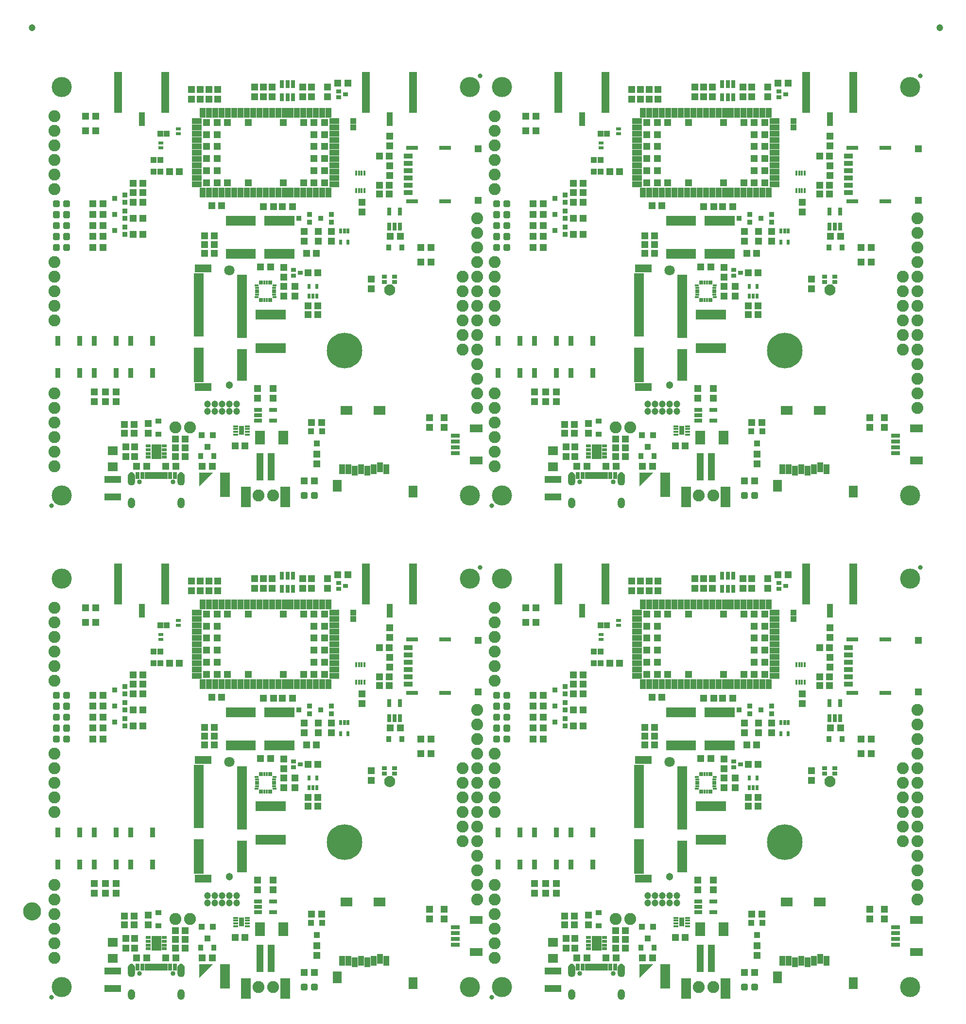
<source format=gts>
G04 EAGLE Gerber RS-274X export*
G75*
%MOMM*%
%FSLAX34Y34*%
%LPD*%
%INSoldermask Top*%
%IPPOS*%
%AMOC8*
5,1,8,0,0,1.08239X$1,22.5*%
G01*
%ADD10R,0.503200X1.203200*%
%ADD11R,0.803200X1.203200*%
%ADD12C,0.853200*%
%ADD13R,1.303200X1.203200*%
%ADD14R,0.853200X0.503200*%
%ADD15R,1.803200X2.553200*%
%ADD16R,1.203200X1.303200*%
%ADD17C,0.838200*%
%ADD18R,0.928200X0.725200*%
%ADD19C,1.003200*%
%ADD20C,0.600000*%
%ADD21R,0.703200X0.403200*%
%ADD22R,0.403200X0.703200*%
%ADD23C,3.505200*%
%ADD24R,1.700000X4.200000*%
%ADD25R,0.833200X1.033200*%
%ADD26R,0.965200X1.727200*%
%ADD27R,3.003200X1.203200*%
%ADD28R,1.803200X1.603200*%
%ADD29C,2.082800*%
%ADD30C,1.203200*%
%ADD31R,2.003200X1.603200*%
%ADD32R,1.603200X2.103200*%
%ADD33R,1.003200X1.703200*%
%ADD34C,6.203200*%
%ADD35R,1.033200X0.833200*%
%ADD36C,0.505344*%
%ADD37C,1.303200*%
%ADD38C,1.803200*%
%ADD39R,1.753200X0.503200*%
%ADD40R,2.953200X1.403200*%
%ADD41R,1.003200X1.103200*%
%ADD42R,2.203200X1.403200*%
%ADD43R,1.553200X0.803200*%
%ADD44R,1.703200X1.003200*%
%ADD45R,1.303200X1.303200*%
%ADD46R,0.698200X0.453200*%
%ADD47R,0.803200X0.453200*%
%ADD48R,0.453200X0.698200*%
%ADD49R,0.453200X0.803200*%
%ADD50R,0.104000X0.453000*%
%ADD51R,0.453000X0.104000*%
%ADD52R,0.603200X0.953200*%
%ADD53R,0.853200X0.663200*%
%ADD54R,1.353200X7.203200*%
%ADD55R,1.103200X2.403200*%
%ADD56R,1.403200X0.753200*%
%ADD57R,1.203200X4.803200*%
%ADD58R,1.803200X3.603200*%
%ADD59R,1.503200X0.853200*%
%ADD60R,2.003200X0.683200*%
%ADD61R,1.203200X1.233200*%
%ADD62R,0.803200X1.403200*%
%ADD63R,0.863600X0.558800*%
%ADD64R,1.053200X1.103200*%
%ADD65R,0.753200X1.403200*%
%ADD66R,1.103200X1.053200*%
%ADD67R,0.400000X0.900000*%
%ADD68R,0.903200X0.903200*%
%ADD69R,0.623200X0.903200*%
%ADD70R,1.723200X2.413200*%
%ADD71R,0.653200X1.703200*%
%ADD72R,0.840000X0.440000*%
%ADD73R,0.940000X1.520000*%
%ADD74C,1.270000*%
%ADD75C,1.703200*%

G36*
X265306Y896637D02*
X265306Y896637D01*
X265333Y896633D01*
X265374Y896651D01*
X265416Y896660D01*
X265452Y896686D01*
X265461Y896690D01*
X265465Y896695D01*
X265476Y896704D01*
X289476Y920704D01*
X289497Y920742D01*
X289526Y920775D01*
X289530Y920802D01*
X289543Y920826D01*
X289540Y920870D01*
X289547Y920913D01*
X289536Y920939D01*
X289534Y920966D01*
X289508Y921001D01*
X289490Y921041D01*
X289467Y921056D01*
X289451Y921078D01*
X289410Y921094D01*
X289374Y921118D01*
X289330Y921125D01*
X289321Y921128D01*
X289314Y921127D01*
X289300Y921129D01*
X265300Y921129D01*
X265284Y921124D01*
X265267Y921127D01*
X265217Y921105D01*
X265166Y921090D01*
X265155Y921077D01*
X265139Y921070D01*
X265109Y921025D01*
X265074Y920985D01*
X265071Y920968D01*
X265062Y920954D01*
X265051Y920880D01*
X265051Y896880D01*
X265063Y896838D01*
X265066Y896794D01*
X265082Y896772D01*
X265090Y896746D01*
X265123Y896717D01*
X265149Y896682D01*
X265175Y896672D01*
X265195Y896654D01*
X265239Y896647D01*
X265279Y896632D01*
X265306Y896637D01*
G37*
G36*
X1032386Y896637D02*
X1032386Y896637D01*
X1032413Y896633D01*
X1032454Y896651D01*
X1032496Y896660D01*
X1032532Y896686D01*
X1032541Y896690D01*
X1032545Y896695D01*
X1032556Y896704D01*
X1056556Y920704D01*
X1056577Y920742D01*
X1056606Y920775D01*
X1056610Y920802D01*
X1056623Y920826D01*
X1056620Y920870D01*
X1056627Y920913D01*
X1056616Y920939D01*
X1056614Y920966D01*
X1056588Y921001D01*
X1056570Y921041D01*
X1056547Y921056D01*
X1056531Y921078D01*
X1056490Y921094D01*
X1056454Y921118D01*
X1056410Y921125D01*
X1056401Y921128D01*
X1056394Y921127D01*
X1056380Y921129D01*
X1032380Y921129D01*
X1032364Y921124D01*
X1032347Y921127D01*
X1032297Y921105D01*
X1032246Y921090D01*
X1032235Y921077D01*
X1032219Y921070D01*
X1032189Y921025D01*
X1032154Y920985D01*
X1032151Y920968D01*
X1032142Y920954D01*
X1032131Y920880D01*
X1032131Y896880D01*
X1032143Y896838D01*
X1032146Y896794D01*
X1032162Y896772D01*
X1032170Y896746D01*
X1032203Y896717D01*
X1032229Y896682D01*
X1032255Y896672D01*
X1032275Y896654D01*
X1032319Y896647D01*
X1032359Y896632D01*
X1032386Y896637D01*
G37*
G36*
X1032386Y40657D02*
X1032386Y40657D01*
X1032413Y40653D01*
X1032454Y40671D01*
X1032496Y40680D01*
X1032532Y40706D01*
X1032541Y40710D01*
X1032545Y40715D01*
X1032556Y40724D01*
X1056556Y64724D01*
X1056577Y64762D01*
X1056606Y64795D01*
X1056610Y64822D01*
X1056623Y64846D01*
X1056620Y64890D01*
X1056627Y64933D01*
X1056616Y64959D01*
X1056614Y64986D01*
X1056588Y65021D01*
X1056570Y65061D01*
X1056547Y65076D01*
X1056531Y65098D01*
X1056490Y65114D01*
X1056454Y65138D01*
X1056410Y65145D01*
X1056401Y65148D01*
X1056394Y65147D01*
X1056380Y65149D01*
X1032380Y65149D01*
X1032364Y65144D01*
X1032347Y65147D01*
X1032297Y65125D01*
X1032246Y65110D01*
X1032235Y65097D01*
X1032219Y65090D01*
X1032189Y65045D01*
X1032154Y65005D01*
X1032151Y64988D01*
X1032142Y64974D01*
X1032131Y64900D01*
X1032131Y40900D01*
X1032143Y40858D01*
X1032146Y40814D01*
X1032162Y40792D01*
X1032170Y40766D01*
X1032203Y40737D01*
X1032229Y40702D01*
X1032255Y40692D01*
X1032275Y40674D01*
X1032319Y40667D01*
X1032359Y40652D01*
X1032386Y40657D01*
G37*
G36*
X265306Y40657D02*
X265306Y40657D01*
X265333Y40653D01*
X265374Y40671D01*
X265416Y40680D01*
X265452Y40706D01*
X265461Y40710D01*
X265465Y40715D01*
X265476Y40724D01*
X289476Y64724D01*
X289497Y64762D01*
X289526Y64795D01*
X289530Y64822D01*
X289543Y64846D01*
X289540Y64890D01*
X289547Y64933D01*
X289536Y64959D01*
X289534Y64986D01*
X289508Y65021D01*
X289490Y65061D01*
X289467Y65076D01*
X289451Y65098D01*
X289410Y65114D01*
X289374Y65138D01*
X289330Y65145D01*
X289321Y65148D01*
X289314Y65147D01*
X289300Y65149D01*
X265300Y65149D01*
X265284Y65144D01*
X265267Y65147D01*
X265217Y65125D01*
X265166Y65110D01*
X265155Y65097D01*
X265139Y65090D01*
X265109Y65045D01*
X265074Y65005D01*
X265071Y64988D01*
X265062Y64974D01*
X265051Y64900D01*
X265051Y40900D01*
X265063Y40858D01*
X265066Y40814D01*
X265082Y40792D01*
X265090Y40766D01*
X265123Y40737D01*
X265149Y40702D01*
X265175Y40692D01*
X265195Y40674D01*
X265239Y40667D01*
X265279Y40652D01*
X265306Y40657D01*
G37*
G36*
X234984Y898863D02*
X234984Y898863D01*
X234990Y898869D01*
X234995Y898865D01*
X236225Y899230D01*
X236230Y899237D01*
X236235Y899235D01*
X237354Y899865D01*
X237357Y899872D01*
X237363Y899871D01*
X238313Y900734D01*
X238314Y900742D01*
X238320Y900742D01*
X239054Y901795D01*
X239054Y901803D01*
X239059Y901805D01*
X239541Y902995D01*
X239539Y903000D01*
X239543Y903003D01*
X239542Y903004D01*
X239544Y903005D01*
X239749Y904272D01*
X239746Y904277D01*
X239749Y904280D01*
X239749Y916280D01*
X239746Y916284D01*
X239749Y916287D01*
X239594Y917409D01*
X239589Y917414D01*
X239592Y917418D01*
X239221Y918489D01*
X239215Y918493D01*
X239217Y918498D01*
X238644Y919475D01*
X238638Y919478D01*
X238639Y919483D01*
X237886Y920330D01*
X237879Y920332D01*
X237879Y920337D01*
X236976Y921021D01*
X236969Y921021D01*
X236968Y921026D01*
X235949Y921521D01*
X235942Y921519D01*
X235940Y921524D01*
X234843Y921811D01*
X234837Y921808D01*
X234834Y921812D01*
X233703Y921879D01*
X233697Y921879D01*
X232566Y921812D01*
X232561Y921807D01*
X232557Y921811D01*
X231460Y921524D01*
X231456Y921518D01*
X231451Y921521D01*
X230432Y921026D01*
X230429Y921020D01*
X230424Y921021D01*
X229521Y920337D01*
X229519Y920330D01*
X229514Y920330D01*
X228761Y919483D01*
X228761Y919476D01*
X228756Y919475D01*
X228183Y918498D01*
X228184Y918495D01*
X228183Y918494D01*
X228184Y918493D01*
X228184Y918491D01*
X228179Y918489D01*
X227808Y917418D01*
X227810Y917413D01*
X227807Y917411D01*
X227807Y917410D01*
X227806Y917409D01*
X227651Y916287D01*
X227654Y916282D01*
X227651Y916280D01*
X227651Y904280D01*
X227654Y904275D01*
X227651Y904272D01*
X227856Y903005D01*
X227862Y902999D01*
X227859Y902995D01*
X228341Y901805D01*
X228348Y901801D01*
X228346Y901795D01*
X229080Y900742D01*
X229088Y900740D01*
X229087Y900734D01*
X230037Y899871D01*
X230046Y899870D01*
X230046Y899865D01*
X231165Y899235D01*
X231173Y899236D01*
X231175Y899230D01*
X232405Y898865D01*
X232413Y898868D01*
X232416Y898863D01*
X233697Y898781D01*
X233701Y898784D01*
X233703Y898781D01*
X234984Y898863D01*
G37*
G36*
X915664Y898863D02*
X915664Y898863D01*
X915670Y898869D01*
X915675Y898865D01*
X916905Y899230D01*
X916910Y899237D01*
X916915Y899235D01*
X918034Y899865D01*
X918037Y899872D01*
X918043Y899871D01*
X918993Y900734D01*
X918994Y900742D01*
X919000Y900742D01*
X919734Y901795D01*
X919734Y901803D01*
X919739Y901805D01*
X920221Y902995D01*
X920219Y903000D01*
X920223Y903003D01*
X920222Y903004D01*
X920224Y903005D01*
X920429Y904272D01*
X920426Y904277D01*
X920429Y904280D01*
X920429Y916280D01*
X920426Y916284D01*
X920429Y916287D01*
X920274Y917409D01*
X920269Y917414D01*
X920272Y917418D01*
X919901Y918489D01*
X919895Y918493D01*
X919897Y918498D01*
X919324Y919475D01*
X919318Y919478D01*
X919319Y919483D01*
X918566Y920330D01*
X918559Y920332D01*
X918559Y920337D01*
X917656Y921021D01*
X917649Y921021D01*
X917648Y921026D01*
X916629Y921521D01*
X916622Y921519D01*
X916620Y921524D01*
X915523Y921811D01*
X915517Y921808D01*
X915514Y921812D01*
X914383Y921879D01*
X914377Y921879D01*
X913246Y921812D01*
X913241Y921807D01*
X913237Y921811D01*
X912140Y921524D01*
X912136Y921518D01*
X912131Y921521D01*
X911112Y921026D01*
X911109Y921020D01*
X911104Y921021D01*
X910201Y920337D01*
X910199Y920330D01*
X910194Y920330D01*
X909441Y919483D01*
X909441Y919476D01*
X909436Y919475D01*
X908863Y918498D01*
X908864Y918495D01*
X908863Y918494D01*
X908864Y918493D01*
X908864Y918491D01*
X908859Y918489D01*
X908488Y917418D01*
X908490Y917413D01*
X908487Y917411D01*
X908487Y917410D01*
X908486Y917409D01*
X908331Y916287D01*
X908334Y916282D01*
X908331Y916280D01*
X908331Y904280D01*
X908334Y904275D01*
X908331Y904272D01*
X908536Y903005D01*
X908542Y902999D01*
X908539Y902995D01*
X909021Y901805D01*
X909028Y901801D01*
X909026Y901795D01*
X909760Y900742D01*
X909768Y900740D01*
X909767Y900734D01*
X910717Y899871D01*
X910726Y899870D01*
X910726Y899865D01*
X911845Y899235D01*
X911853Y899236D01*
X911855Y899230D01*
X913085Y898865D01*
X913093Y898868D01*
X913096Y898863D01*
X914377Y898781D01*
X914381Y898784D01*
X914383Y898781D01*
X915664Y898863D01*
G37*
G36*
X148584Y898863D02*
X148584Y898863D01*
X148590Y898869D01*
X148595Y898865D01*
X149825Y899230D01*
X149830Y899237D01*
X149835Y899235D01*
X150954Y899865D01*
X150957Y899872D01*
X150963Y899871D01*
X151913Y900734D01*
X151914Y900742D01*
X151920Y900742D01*
X152654Y901795D01*
X152654Y901803D01*
X152659Y901805D01*
X153141Y902995D01*
X153139Y903000D01*
X153143Y903003D01*
X153142Y903004D01*
X153144Y903005D01*
X153349Y904272D01*
X153346Y904277D01*
X153349Y904280D01*
X153349Y916280D01*
X153346Y916284D01*
X153349Y916287D01*
X153194Y917409D01*
X153189Y917414D01*
X153192Y917418D01*
X152821Y918489D01*
X152815Y918493D01*
X152817Y918498D01*
X152244Y919475D01*
X152238Y919478D01*
X152239Y919483D01*
X151486Y920330D01*
X151479Y920332D01*
X151479Y920337D01*
X150576Y921021D01*
X150569Y921021D01*
X150568Y921026D01*
X149549Y921521D01*
X149542Y921519D01*
X149540Y921524D01*
X148443Y921811D01*
X148437Y921808D01*
X148434Y921812D01*
X147303Y921879D01*
X147297Y921879D01*
X146166Y921812D01*
X146161Y921807D01*
X146157Y921811D01*
X145060Y921524D01*
X145056Y921518D01*
X145051Y921521D01*
X144032Y921026D01*
X144029Y921020D01*
X144024Y921021D01*
X143121Y920337D01*
X143119Y920330D01*
X143114Y920330D01*
X142361Y919483D01*
X142361Y919476D01*
X142356Y919475D01*
X141783Y918498D01*
X141784Y918495D01*
X141783Y918494D01*
X141784Y918493D01*
X141784Y918491D01*
X141779Y918489D01*
X141408Y917418D01*
X141410Y917413D01*
X141407Y917411D01*
X141407Y917410D01*
X141406Y917409D01*
X141251Y916287D01*
X141254Y916282D01*
X141251Y916280D01*
X141251Y904280D01*
X141254Y904275D01*
X141251Y904272D01*
X141456Y903005D01*
X141462Y902999D01*
X141459Y902995D01*
X141941Y901805D01*
X141948Y901801D01*
X141946Y901795D01*
X142680Y900742D01*
X142688Y900740D01*
X142687Y900734D01*
X143637Y899871D01*
X143646Y899870D01*
X143646Y899865D01*
X144765Y899235D01*
X144773Y899236D01*
X144775Y899230D01*
X146005Y898865D01*
X146013Y898868D01*
X146016Y898863D01*
X147297Y898781D01*
X147301Y898784D01*
X147303Y898781D01*
X148584Y898863D01*
G37*
G36*
X1002064Y898863D02*
X1002064Y898863D01*
X1002070Y898869D01*
X1002075Y898865D01*
X1003305Y899230D01*
X1003310Y899237D01*
X1003315Y899235D01*
X1004434Y899865D01*
X1004437Y899872D01*
X1004443Y899871D01*
X1005393Y900734D01*
X1005394Y900742D01*
X1005400Y900742D01*
X1006134Y901795D01*
X1006134Y901803D01*
X1006139Y901805D01*
X1006621Y902995D01*
X1006619Y903000D01*
X1006623Y903003D01*
X1006622Y903004D01*
X1006624Y903005D01*
X1006829Y904272D01*
X1006826Y904277D01*
X1006829Y904280D01*
X1006829Y916280D01*
X1006826Y916284D01*
X1006829Y916287D01*
X1006674Y917409D01*
X1006669Y917414D01*
X1006672Y917418D01*
X1006301Y918489D01*
X1006295Y918493D01*
X1006297Y918498D01*
X1005724Y919475D01*
X1005718Y919478D01*
X1005719Y919483D01*
X1004966Y920330D01*
X1004959Y920332D01*
X1004959Y920337D01*
X1004056Y921021D01*
X1004049Y921021D01*
X1004048Y921026D01*
X1003029Y921521D01*
X1003022Y921519D01*
X1003020Y921524D01*
X1001923Y921811D01*
X1001917Y921808D01*
X1001914Y921812D01*
X1000783Y921879D01*
X1000777Y921879D01*
X999646Y921812D01*
X999641Y921807D01*
X999637Y921811D01*
X998540Y921524D01*
X998536Y921518D01*
X998531Y921521D01*
X997512Y921026D01*
X997509Y921020D01*
X997504Y921021D01*
X996601Y920337D01*
X996599Y920330D01*
X996594Y920330D01*
X995841Y919483D01*
X995841Y919476D01*
X995836Y919475D01*
X995263Y918498D01*
X995264Y918495D01*
X995263Y918494D01*
X995264Y918493D01*
X995264Y918491D01*
X995259Y918489D01*
X994888Y917418D01*
X994890Y917413D01*
X994887Y917411D01*
X994887Y917410D01*
X994886Y917409D01*
X994731Y916287D01*
X994734Y916282D01*
X994731Y916280D01*
X994731Y904280D01*
X994734Y904275D01*
X994731Y904272D01*
X994936Y903005D01*
X994942Y902999D01*
X994939Y902995D01*
X995421Y901805D01*
X995428Y901801D01*
X995426Y901795D01*
X996160Y900742D01*
X996168Y900740D01*
X996167Y900734D01*
X997117Y899871D01*
X997126Y899870D01*
X997126Y899865D01*
X998245Y899235D01*
X998253Y899236D01*
X998255Y899230D01*
X999485Y898865D01*
X999493Y898868D01*
X999496Y898863D01*
X1000777Y898781D01*
X1000781Y898784D01*
X1000783Y898781D01*
X1002064Y898863D01*
G37*
G36*
X1002064Y42883D02*
X1002064Y42883D01*
X1002070Y42889D01*
X1002075Y42885D01*
X1003305Y43250D01*
X1003310Y43257D01*
X1003315Y43255D01*
X1004434Y43885D01*
X1004437Y43892D01*
X1004443Y43891D01*
X1005393Y44754D01*
X1005394Y44762D01*
X1005400Y44762D01*
X1006134Y45815D01*
X1006134Y45823D01*
X1006139Y45825D01*
X1006621Y47015D01*
X1006619Y47020D01*
X1006623Y47023D01*
X1006622Y47024D01*
X1006624Y47025D01*
X1006829Y48292D01*
X1006826Y48297D01*
X1006829Y48300D01*
X1006829Y60300D01*
X1006826Y60304D01*
X1006829Y60307D01*
X1006674Y61429D01*
X1006669Y61434D01*
X1006672Y61438D01*
X1006301Y62509D01*
X1006295Y62513D01*
X1006297Y62518D01*
X1005724Y63495D01*
X1005718Y63498D01*
X1005719Y63503D01*
X1004966Y64350D01*
X1004959Y64352D01*
X1004959Y64357D01*
X1004056Y65041D01*
X1004049Y65041D01*
X1004048Y65046D01*
X1003029Y65541D01*
X1003022Y65539D01*
X1003020Y65544D01*
X1001923Y65831D01*
X1001917Y65828D01*
X1001914Y65832D01*
X1000783Y65899D01*
X1000777Y65899D01*
X999646Y65832D01*
X999641Y65827D01*
X999637Y65831D01*
X998540Y65544D01*
X998536Y65538D01*
X998531Y65541D01*
X997512Y65046D01*
X997509Y65040D01*
X997504Y65041D01*
X996601Y64357D01*
X996599Y64350D01*
X996594Y64350D01*
X995841Y63503D01*
X995841Y63496D01*
X995836Y63495D01*
X995263Y62518D01*
X995264Y62515D01*
X995263Y62514D01*
X995264Y62513D01*
X995264Y62511D01*
X995259Y62509D01*
X994888Y61438D01*
X994890Y61433D01*
X994887Y61431D01*
X994887Y61430D01*
X994886Y61429D01*
X994731Y60307D01*
X994734Y60302D01*
X994731Y60300D01*
X994731Y48300D01*
X994734Y48295D01*
X994731Y48292D01*
X994936Y47025D01*
X994942Y47019D01*
X994939Y47015D01*
X995421Y45825D01*
X995428Y45821D01*
X995426Y45815D01*
X996160Y44762D01*
X996168Y44760D01*
X996167Y44754D01*
X997117Y43891D01*
X997126Y43890D01*
X997126Y43885D01*
X998245Y43255D01*
X998253Y43256D01*
X998255Y43250D01*
X999485Y42885D01*
X999493Y42888D01*
X999496Y42883D01*
X1000777Y42801D01*
X1000781Y42804D01*
X1000783Y42801D01*
X1002064Y42883D01*
G37*
G36*
X234984Y42883D02*
X234984Y42883D01*
X234990Y42889D01*
X234995Y42885D01*
X236225Y43250D01*
X236230Y43257D01*
X236235Y43255D01*
X237354Y43885D01*
X237357Y43892D01*
X237363Y43891D01*
X238313Y44754D01*
X238314Y44762D01*
X238320Y44762D01*
X239054Y45815D01*
X239054Y45823D01*
X239059Y45825D01*
X239541Y47015D01*
X239539Y47020D01*
X239543Y47023D01*
X239542Y47024D01*
X239544Y47025D01*
X239749Y48292D01*
X239746Y48297D01*
X239749Y48300D01*
X239749Y60300D01*
X239746Y60304D01*
X239749Y60307D01*
X239594Y61429D01*
X239589Y61434D01*
X239592Y61438D01*
X239221Y62509D01*
X239215Y62513D01*
X239217Y62518D01*
X238644Y63495D01*
X238638Y63498D01*
X238639Y63503D01*
X237886Y64350D01*
X237879Y64352D01*
X237879Y64357D01*
X236976Y65041D01*
X236969Y65041D01*
X236968Y65046D01*
X235949Y65541D01*
X235942Y65539D01*
X235940Y65544D01*
X234843Y65831D01*
X234837Y65828D01*
X234834Y65832D01*
X233703Y65899D01*
X233697Y65899D01*
X232566Y65832D01*
X232561Y65827D01*
X232557Y65831D01*
X231460Y65544D01*
X231456Y65538D01*
X231451Y65541D01*
X230432Y65046D01*
X230429Y65040D01*
X230424Y65041D01*
X229521Y64357D01*
X229519Y64350D01*
X229514Y64350D01*
X228761Y63503D01*
X228761Y63496D01*
X228756Y63495D01*
X228183Y62518D01*
X228184Y62515D01*
X228183Y62514D01*
X228184Y62513D01*
X228184Y62511D01*
X228179Y62509D01*
X227808Y61438D01*
X227810Y61433D01*
X227807Y61431D01*
X227807Y61430D01*
X227806Y61429D01*
X227651Y60307D01*
X227654Y60302D01*
X227651Y60300D01*
X227651Y48300D01*
X227654Y48295D01*
X227651Y48292D01*
X227856Y47025D01*
X227862Y47019D01*
X227859Y47015D01*
X228341Y45825D01*
X228348Y45821D01*
X228346Y45815D01*
X229080Y44762D01*
X229088Y44760D01*
X229087Y44754D01*
X230037Y43891D01*
X230046Y43890D01*
X230046Y43885D01*
X231165Y43255D01*
X231173Y43256D01*
X231175Y43250D01*
X232405Y42885D01*
X232413Y42888D01*
X232416Y42883D01*
X233697Y42801D01*
X233701Y42804D01*
X233703Y42801D01*
X234984Y42883D01*
G37*
G36*
X148584Y42883D02*
X148584Y42883D01*
X148590Y42889D01*
X148595Y42885D01*
X149825Y43250D01*
X149830Y43257D01*
X149835Y43255D01*
X150954Y43885D01*
X150957Y43892D01*
X150963Y43891D01*
X151913Y44754D01*
X151914Y44762D01*
X151920Y44762D01*
X152654Y45815D01*
X152654Y45823D01*
X152659Y45825D01*
X153141Y47015D01*
X153139Y47020D01*
X153143Y47023D01*
X153142Y47024D01*
X153144Y47025D01*
X153349Y48292D01*
X153346Y48297D01*
X153349Y48300D01*
X153349Y60300D01*
X153346Y60304D01*
X153349Y60307D01*
X153194Y61429D01*
X153189Y61434D01*
X153192Y61438D01*
X152821Y62509D01*
X152815Y62513D01*
X152817Y62518D01*
X152244Y63495D01*
X152238Y63498D01*
X152239Y63503D01*
X151486Y64350D01*
X151479Y64352D01*
X151479Y64357D01*
X150576Y65041D01*
X150569Y65041D01*
X150568Y65046D01*
X149549Y65541D01*
X149542Y65539D01*
X149540Y65544D01*
X148443Y65831D01*
X148437Y65828D01*
X148434Y65832D01*
X147303Y65899D01*
X147297Y65899D01*
X146166Y65832D01*
X146161Y65827D01*
X146157Y65831D01*
X145060Y65544D01*
X145056Y65538D01*
X145051Y65541D01*
X144032Y65046D01*
X144029Y65040D01*
X144024Y65041D01*
X143121Y64357D01*
X143119Y64350D01*
X143114Y64350D01*
X142361Y63503D01*
X142361Y63496D01*
X142356Y63495D01*
X141783Y62518D01*
X141784Y62515D01*
X141783Y62514D01*
X141784Y62513D01*
X141784Y62511D01*
X141779Y62509D01*
X141408Y61438D01*
X141410Y61433D01*
X141407Y61431D01*
X141407Y61430D01*
X141406Y61429D01*
X141251Y60307D01*
X141254Y60302D01*
X141251Y60300D01*
X141251Y48300D01*
X141254Y48295D01*
X141251Y48292D01*
X141456Y47025D01*
X141462Y47019D01*
X141459Y47015D01*
X141941Y45825D01*
X141948Y45821D01*
X141946Y45815D01*
X142680Y44762D01*
X142688Y44760D01*
X142687Y44754D01*
X143637Y43891D01*
X143646Y43890D01*
X143646Y43885D01*
X144765Y43255D01*
X144773Y43256D01*
X144775Y43250D01*
X146005Y42885D01*
X146013Y42888D01*
X146016Y42883D01*
X147297Y42801D01*
X147301Y42804D01*
X147303Y42801D01*
X148584Y42883D01*
G37*
G36*
X915664Y42883D02*
X915664Y42883D01*
X915670Y42889D01*
X915675Y42885D01*
X916905Y43250D01*
X916910Y43257D01*
X916915Y43255D01*
X918034Y43885D01*
X918037Y43892D01*
X918043Y43891D01*
X918993Y44754D01*
X918994Y44762D01*
X919000Y44762D01*
X919734Y45815D01*
X919734Y45823D01*
X919739Y45825D01*
X920221Y47015D01*
X920219Y47020D01*
X920223Y47023D01*
X920222Y47024D01*
X920224Y47025D01*
X920429Y48292D01*
X920426Y48297D01*
X920429Y48300D01*
X920429Y60300D01*
X920426Y60304D01*
X920429Y60307D01*
X920274Y61429D01*
X920269Y61434D01*
X920272Y61438D01*
X919901Y62509D01*
X919895Y62513D01*
X919897Y62518D01*
X919324Y63495D01*
X919318Y63498D01*
X919319Y63503D01*
X918566Y64350D01*
X918559Y64352D01*
X918559Y64357D01*
X917656Y65041D01*
X917649Y65041D01*
X917648Y65046D01*
X916629Y65541D01*
X916622Y65539D01*
X916620Y65544D01*
X915523Y65831D01*
X915517Y65828D01*
X915514Y65832D01*
X914383Y65899D01*
X914377Y65899D01*
X913246Y65832D01*
X913241Y65827D01*
X913237Y65831D01*
X912140Y65544D01*
X912136Y65538D01*
X912131Y65541D01*
X911112Y65046D01*
X911109Y65040D01*
X911104Y65041D01*
X910201Y64357D01*
X910199Y64350D01*
X910194Y64350D01*
X909441Y63503D01*
X909441Y63496D01*
X909436Y63495D01*
X908863Y62518D01*
X908864Y62515D01*
X908863Y62514D01*
X908864Y62513D01*
X908864Y62511D01*
X908859Y62509D01*
X908488Y61438D01*
X908490Y61433D01*
X908487Y61431D01*
X908487Y61430D01*
X908486Y61429D01*
X908331Y60307D01*
X908334Y60302D01*
X908331Y60300D01*
X908331Y48300D01*
X908334Y48295D01*
X908331Y48292D01*
X908536Y47025D01*
X908542Y47019D01*
X908539Y47015D01*
X909021Y45825D01*
X909028Y45821D01*
X909026Y45815D01*
X909760Y44762D01*
X909768Y44760D01*
X909767Y44754D01*
X910717Y43891D01*
X910726Y43890D01*
X910726Y43885D01*
X911845Y43255D01*
X911853Y43256D01*
X911855Y43250D01*
X913085Y42885D01*
X913093Y42888D01*
X913096Y42883D01*
X914377Y42801D01*
X914381Y42804D01*
X914383Y42801D01*
X915664Y42883D01*
G37*
G36*
X148471Y859591D02*
X148471Y859591D01*
X148476Y859596D01*
X148480Y859593D01*
X149603Y859928D01*
X149607Y859934D01*
X149611Y859932D01*
X150647Y860480D01*
X150650Y860486D01*
X150655Y860485D01*
X151563Y861224D01*
X151565Y861231D01*
X151570Y861231D01*
X152317Y862133D01*
X152317Y862141D01*
X152323Y862141D01*
X152879Y863172D01*
X152878Y863179D01*
X152883Y863181D01*
X153227Y864300D01*
X153225Y864307D01*
X153229Y864310D01*
X153349Y865475D01*
X153347Y865478D01*
X153349Y865480D01*
X153349Y871480D01*
X153347Y871483D01*
X153349Y871485D01*
X153238Y872661D01*
X153233Y872666D01*
X153236Y872670D01*
X152898Y873802D01*
X152892Y873806D01*
X152894Y873811D01*
X152342Y874855D01*
X152335Y874858D01*
X152337Y874863D01*
X151591Y875779D01*
X151584Y875780D01*
X151584Y875786D01*
X150675Y876539D01*
X150667Y876539D01*
X150667Y876544D01*
X149627Y877105D01*
X149620Y877104D01*
X149618Y877109D01*
X148489Y877456D01*
X148483Y877454D01*
X148480Y877458D01*
X147305Y877579D01*
X147298Y877575D01*
X147294Y877579D01*
X145954Y877422D01*
X145948Y877417D01*
X145943Y877420D01*
X144672Y876969D01*
X144667Y876962D01*
X144662Y876964D01*
X143523Y876242D01*
X143520Y876234D01*
X143514Y876235D01*
X142564Y875277D01*
X142563Y875269D01*
X142557Y875268D01*
X141844Y874123D01*
X141845Y874115D01*
X141839Y874113D01*
X141399Y872837D01*
X141401Y872830D01*
X141397Y872827D01*
X141251Y871485D01*
X141253Y871482D01*
X141251Y871480D01*
X141251Y865480D01*
X141253Y865477D01*
X141251Y865474D01*
X141406Y864145D01*
X141412Y864139D01*
X141409Y864135D01*
X141856Y862874D01*
X141863Y862869D01*
X141861Y862864D01*
X142578Y861734D01*
X142585Y861731D01*
X142584Y861725D01*
X143535Y860783D01*
X143543Y860782D01*
X143543Y860776D01*
X144679Y860069D01*
X144687Y860070D01*
X144689Y860064D01*
X145954Y859628D01*
X145959Y859629D01*
X145960Y859629D01*
X145963Y859629D01*
X145965Y859625D01*
X147295Y859481D01*
X147301Y859485D01*
X147305Y859481D01*
X148471Y859591D01*
G37*
G36*
X1001951Y859591D02*
X1001951Y859591D01*
X1001956Y859596D01*
X1001960Y859593D01*
X1003083Y859928D01*
X1003087Y859934D01*
X1003091Y859932D01*
X1004127Y860480D01*
X1004130Y860486D01*
X1004135Y860485D01*
X1005043Y861224D01*
X1005045Y861231D01*
X1005050Y861231D01*
X1005797Y862133D01*
X1005797Y862141D01*
X1005803Y862141D01*
X1006359Y863172D01*
X1006358Y863179D01*
X1006363Y863181D01*
X1006707Y864300D01*
X1006705Y864307D01*
X1006709Y864310D01*
X1006829Y865475D01*
X1006827Y865478D01*
X1006829Y865480D01*
X1006829Y871480D01*
X1006827Y871483D01*
X1006829Y871485D01*
X1006718Y872661D01*
X1006713Y872666D01*
X1006716Y872670D01*
X1006378Y873802D01*
X1006372Y873806D01*
X1006374Y873811D01*
X1005822Y874855D01*
X1005815Y874858D01*
X1005817Y874863D01*
X1005071Y875779D01*
X1005064Y875780D01*
X1005064Y875786D01*
X1004155Y876539D01*
X1004147Y876539D01*
X1004147Y876544D01*
X1003107Y877105D01*
X1003100Y877104D01*
X1003098Y877109D01*
X1001969Y877456D01*
X1001963Y877454D01*
X1001960Y877458D01*
X1000785Y877579D01*
X1000778Y877575D01*
X1000774Y877579D01*
X999434Y877422D01*
X999428Y877417D01*
X999423Y877420D01*
X998152Y876969D01*
X998147Y876962D01*
X998142Y876964D01*
X997003Y876242D01*
X997000Y876234D01*
X996994Y876235D01*
X996044Y875277D01*
X996043Y875269D01*
X996037Y875268D01*
X995324Y874123D01*
X995325Y874115D01*
X995319Y874113D01*
X994879Y872837D01*
X994881Y872830D01*
X994877Y872827D01*
X994731Y871485D01*
X994733Y871482D01*
X994731Y871480D01*
X994731Y865480D01*
X994733Y865477D01*
X994731Y865474D01*
X994886Y864145D01*
X994892Y864139D01*
X994889Y864135D01*
X995336Y862874D01*
X995343Y862869D01*
X995341Y862864D01*
X996058Y861734D01*
X996065Y861731D01*
X996064Y861725D01*
X997015Y860783D01*
X997023Y860782D01*
X997023Y860776D01*
X998159Y860069D01*
X998167Y860070D01*
X998169Y860064D01*
X999434Y859628D01*
X999439Y859629D01*
X999440Y859629D01*
X999443Y859629D01*
X999445Y859625D01*
X1000775Y859481D01*
X1000781Y859485D01*
X1000785Y859481D01*
X1001951Y859591D01*
G37*
G36*
X915551Y859591D02*
X915551Y859591D01*
X915556Y859596D01*
X915560Y859593D01*
X916683Y859928D01*
X916687Y859934D01*
X916691Y859932D01*
X917727Y860480D01*
X917730Y860486D01*
X917735Y860485D01*
X918643Y861224D01*
X918645Y861231D01*
X918650Y861231D01*
X919397Y862133D01*
X919397Y862141D01*
X919403Y862141D01*
X919959Y863172D01*
X919958Y863179D01*
X919963Y863181D01*
X920307Y864300D01*
X920305Y864307D01*
X920309Y864310D01*
X920429Y865475D01*
X920427Y865478D01*
X920429Y865480D01*
X920429Y871480D01*
X920427Y871483D01*
X920429Y871485D01*
X920318Y872661D01*
X920313Y872666D01*
X920316Y872670D01*
X919978Y873802D01*
X919972Y873806D01*
X919974Y873811D01*
X919422Y874855D01*
X919415Y874858D01*
X919417Y874863D01*
X918671Y875779D01*
X918664Y875780D01*
X918664Y875786D01*
X917755Y876539D01*
X917747Y876539D01*
X917747Y876544D01*
X916707Y877105D01*
X916700Y877104D01*
X916698Y877109D01*
X915569Y877456D01*
X915563Y877454D01*
X915560Y877458D01*
X914385Y877579D01*
X914378Y877575D01*
X914374Y877579D01*
X913034Y877422D01*
X913028Y877417D01*
X913023Y877420D01*
X911752Y876969D01*
X911747Y876962D01*
X911742Y876964D01*
X910603Y876242D01*
X910600Y876234D01*
X910594Y876235D01*
X909644Y875277D01*
X909643Y875269D01*
X909637Y875268D01*
X908924Y874123D01*
X908925Y874115D01*
X908919Y874113D01*
X908479Y872837D01*
X908481Y872830D01*
X908477Y872827D01*
X908331Y871485D01*
X908333Y871482D01*
X908331Y871480D01*
X908331Y865480D01*
X908333Y865477D01*
X908331Y865474D01*
X908486Y864145D01*
X908492Y864139D01*
X908489Y864135D01*
X908936Y862874D01*
X908943Y862869D01*
X908941Y862864D01*
X909658Y861734D01*
X909665Y861731D01*
X909664Y861725D01*
X910615Y860783D01*
X910623Y860782D01*
X910623Y860776D01*
X911759Y860069D01*
X911767Y860070D01*
X911769Y860064D01*
X913034Y859628D01*
X913039Y859629D01*
X913040Y859629D01*
X913043Y859629D01*
X913045Y859625D01*
X914375Y859481D01*
X914381Y859485D01*
X914385Y859481D01*
X915551Y859591D01*
G37*
G36*
X234871Y859591D02*
X234871Y859591D01*
X234876Y859596D01*
X234880Y859593D01*
X236003Y859928D01*
X236007Y859934D01*
X236011Y859932D01*
X237047Y860480D01*
X237050Y860486D01*
X237055Y860485D01*
X237963Y861224D01*
X237965Y861231D01*
X237970Y861231D01*
X238717Y862133D01*
X238717Y862141D01*
X238723Y862141D01*
X239279Y863172D01*
X239278Y863179D01*
X239283Y863181D01*
X239627Y864300D01*
X239625Y864307D01*
X239629Y864310D01*
X239749Y865475D01*
X239747Y865478D01*
X239749Y865480D01*
X239749Y871480D01*
X239747Y871483D01*
X239749Y871485D01*
X239638Y872661D01*
X239633Y872666D01*
X239636Y872670D01*
X239298Y873802D01*
X239292Y873806D01*
X239294Y873811D01*
X238742Y874855D01*
X238735Y874858D01*
X238737Y874863D01*
X237991Y875779D01*
X237984Y875780D01*
X237984Y875786D01*
X237075Y876539D01*
X237067Y876539D01*
X237067Y876544D01*
X236027Y877105D01*
X236020Y877104D01*
X236018Y877109D01*
X234889Y877456D01*
X234883Y877454D01*
X234880Y877458D01*
X233705Y877579D01*
X233698Y877575D01*
X233694Y877579D01*
X232354Y877422D01*
X232348Y877417D01*
X232343Y877420D01*
X231072Y876969D01*
X231067Y876962D01*
X231062Y876964D01*
X229923Y876242D01*
X229920Y876234D01*
X229914Y876235D01*
X228964Y875277D01*
X228963Y875269D01*
X228957Y875268D01*
X228244Y874123D01*
X228245Y874115D01*
X228239Y874113D01*
X227799Y872837D01*
X227801Y872830D01*
X227797Y872827D01*
X227651Y871485D01*
X227653Y871482D01*
X227651Y871480D01*
X227651Y865480D01*
X227653Y865477D01*
X227651Y865474D01*
X227806Y864145D01*
X227812Y864139D01*
X227809Y864135D01*
X228256Y862874D01*
X228263Y862869D01*
X228261Y862864D01*
X228978Y861734D01*
X228985Y861731D01*
X228984Y861725D01*
X229935Y860783D01*
X229943Y860782D01*
X229943Y860776D01*
X231079Y860069D01*
X231087Y860070D01*
X231089Y860064D01*
X232354Y859628D01*
X232359Y859629D01*
X232360Y859629D01*
X232363Y859629D01*
X232365Y859625D01*
X233695Y859481D01*
X233701Y859485D01*
X233705Y859481D01*
X234871Y859591D01*
G37*
G36*
X148471Y3611D02*
X148471Y3611D01*
X148476Y3616D01*
X148480Y3613D01*
X149603Y3948D01*
X149607Y3954D01*
X149611Y3952D01*
X150647Y4500D01*
X150650Y4506D01*
X150655Y4505D01*
X151563Y5244D01*
X151565Y5251D01*
X151570Y5251D01*
X152317Y6153D01*
X152317Y6161D01*
X152323Y6161D01*
X152879Y7192D01*
X152878Y7199D01*
X152883Y7201D01*
X153227Y8320D01*
X153225Y8327D01*
X153229Y8330D01*
X153349Y9495D01*
X153347Y9498D01*
X153349Y9500D01*
X153349Y15500D01*
X153347Y15503D01*
X153349Y15505D01*
X153238Y16681D01*
X153233Y16686D01*
X153236Y16690D01*
X152898Y17822D01*
X152892Y17826D01*
X152894Y17831D01*
X152342Y18875D01*
X152335Y18878D01*
X152337Y18883D01*
X151591Y19799D01*
X151584Y19800D01*
X151584Y19806D01*
X150675Y20559D01*
X150667Y20559D01*
X150667Y20564D01*
X149627Y21125D01*
X149620Y21124D01*
X149618Y21129D01*
X148489Y21476D01*
X148483Y21474D01*
X148480Y21478D01*
X147305Y21599D01*
X147298Y21595D01*
X147294Y21599D01*
X145954Y21442D01*
X145948Y21437D01*
X145943Y21440D01*
X144672Y20989D01*
X144667Y20982D01*
X144662Y20984D01*
X143523Y20262D01*
X143520Y20254D01*
X143514Y20255D01*
X142564Y19297D01*
X142563Y19289D01*
X142557Y19288D01*
X141844Y18143D01*
X141845Y18135D01*
X141839Y18133D01*
X141399Y16857D01*
X141401Y16850D01*
X141397Y16847D01*
X141251Y15505D01*
X141253Y15502D01*
X141251Y15500D01*
X141251Y9500D01*
X141253Y9497D01*
X141251Y9494D01*
X141406Y8165D01*
X141412Y8159D01*
X141409Y8155D01*
X141856Y6894D01*
X141863Y6889D01*
X141861Y6884D01*
X142578Y5754D01*
X142585Y5751D01*
X142584Y5745D01*
X143535Y4803D01*
X143543Y4802D01*
X143543Y4796D01*
X144679Y4089D01*
X144687Y4090D01*
X144689Y4084D01*
X145954Y3648D01*
X145959Y3649D01*
X145960Y3649D01*
X145963Y3649D01*
X145965Y3645D01*
X147295Y3501D01*
X147301Y3505D01*
X147305Y3501D01*
X148471Y3611D01*
G37*
G36*
X915551Y3611D02*
X915551Y3611D01*
X915556Y3616D01*
X915560Y3613D01*
X916683Y3948D01*
X916687Y3954D01*
X916691Y3952D01*
X917727Y4500D01*
X917730Y4506D01*
X917735Y4505D01*
X918643Y5244D01*
X918645Y5251D01*
X918650Y5251D01*
X919397Y6153D01*
X919397Y6161D01*
X919403Y6161D01*
X919959Y7192D01*
X919958Y7199D01*
X919963Y7201D01*
X920307Y8320D01*
X920305Y8327D01*
X920309Y8330D01*
X920429Y9495D01*
X920427Y9498D01*
X920429Y9500D01*
X920429Y15500D01*
X920427Y15503D01*
X920429Y15505D01*
X920318Y16681D01*
X920313Y16686D01*
X920316Y16690D01*
X919978Y17822D01*
X919972Y17826D01*
X919974Y17831D01*
X919422Y18875D01*
X919415Y18878D01*
X919417Y18883D01*
X918671Y19799D01*
X918664Y19800D01*
X918664Y19806D01*
X917755Y20559D01*
X917747Y20559D01*
X917747Y20564D01*
X916707Y21125D01*
X916700Y21124D01*
X916698Y21129D01*
X915569Y21476D01*
X915563Y21474D01*
X915560Y21478D01*
X914385Y21599D01*
X914378Y21595D01*
X914374Y21599D01*
X913034Y21442D01*
X913028Y21437D01*
X913023Y21440D01*
X911752Y20989D01*
X911747Y20982D01*
X911742Y20984D01*
X910603Y20262D01*
X910600Y20254D01*
X910594Y20255D01*
X909644Y19297D01*
X909643Y19289D01*
X909637Y19288D01*
X908924Y18143D01*
X908925Y18135D01*
X908919Y18133D01*
X908479Y16857D01*
X908481Y16850D01*
X908477Y16847D01*
X908331Y15505D01*
X908333Y15502D01*
X908331Y15500D01*
X908331Y9500D01*
X908333Y9497D01*
X908331Y9494D01*
X908486Y8165D01*
X908492Y8159D01*
X908489Y8155D01*
X908936Y6894D01*
X908943Y6889D01*
X908941Y6884D01*
X909658Y5754D01*
X909665Y5751D01*
X909664Y5745D01*
X910615Y4803D01*
X910623Y4802D01*
X910623Y4796D01*
X911759Y4089D01*
X911767Y4090D01*
X911769Y4084D01*
X913034Y3648D01*
X913039Y3649D01*
X913040Y3649D01*
X913043Y3649D01*
X913045Y3645D01*
X914375Y3501D01*
X914381Y3505D01*
X914385Y3501D01*
X915551Y3611D01*
G37*
G36*
X234871Y3611D02*
X234871Y3611D01*
X234876Y3616D01*
X234880Y3613D01*
X236003Y3948D01*
X236007Y3954D01*
X236011Y3952D01*
X237047Y4500D01*
X237050Y4506D01*
X237055Y4505D01*
X237963Y5244D01*
X237965Y5251D01*
X237970Y5251D01*
X238717Y6153D01*
X238717Y6161D01*
X238723Y6161D01*
X239279Y7192D01*
X239278Y7199D01*
X239283Y7201D01*
X239627Y8320D01*
X239625Y8327D01*
X239629Y8330D01*
X239749Y9495D01*
X239747Y9498D01*
X239749Y9500D01*
X239749Y15500D01*
X239747Y15503D01*
X239749Y15505D01*
X239638Y16681D01*
X239633Y16686D01*
X239636Y16690D01*
X239298Y17822D01*
X239292Y17826D01*
X239294Y17831D01*
X238742Y18875D01*
X238735Y18878D01*
X238737Y18883D01*
X237991Y19799D01*
X237984Y19800D01*
X237984Y19806D01*
X237075Y20559D01*
X237067Y20559D01*
X237067Y20564D01*
X236027Y21125D01*
X236020Y21124D01*
X236018Y21129D01*
X234889Y21476D01*
X234883Y21474D01*
X234880Y21478D01*
X233705Y21599D01*
X233698Y21595D01*
X233694Y21599D01*
X232354Y21442D01*
X232348Y21437D01*
X232343Y21440D01*
X231072Y20989D01*
X231067Y20982D01*
X231062Y20984D01*
X229923Y20262D01*
X229920Y20254D01*
X229914Y20255D01*
X228964Y19297D01*
X228963Y19289D01*
X228957Y19288D01*
X228244Y18143D01*
X228245Y18135D01*
X228239Y18133D01*
X227799Y16857D01*
X227801Y16850D01*
X227797Y16847D01*
X227651Y15505D01*
X227653Y15502D01*
X227651Y15500D01*
X227651Y9500D01*
X227653Y9497D01*
X227651Y9494D01*
X227806Y8165D01*
X227812Y8159D01*
X227809Y8155D01*
X228256Y6894D01*
X228263Y6889D01*
X228261Y6884D01*
X228978Y5754D01*
X228985Y5751D01*
X228984Y5745D01*
X229935Y4803D01*
X229943Y4802D01*
X229943Y4796D01*
X231079Y4089D01*
X231087Y4090D01*
X231089Y4084D01*
X232354Y3648D01*
X232359Y3649D01*
X232360Y3649D01*
X232363Y3649D01*
X232365Y3645D01*
X233695Y3501D01*
X233701Y3505D01*
X233705Y3501D01*
X234871Y3611D01*
G37*
G36*
X1001951Y3611D02*
X1001951Y3611D01*
X1001956Y3616D01*
X1001960Y3613D01*
X1003083Y3948D01*
X1003087Y3954D01*
X1003091Y3952D01*
X1004127Y4500D01*
X1004130Y4506D01*
X1004135Y4505D01*
X1005043Y5244D01*
X1005045Y5251D01*
X1005050Y5251D01*
X1005797Y6153D01*
X1005797Y6161D01*
X1005803Y6161D01*
X1006359Y7192D01*
X1006358Y7199D01*
X1006363Y7201D01*
X1006707Y8320D01*
X1006705Y8327D01*
X1006709Y8330D01*
X1006829Y9495D01*
X1006827Y9498D01*
X1006829Y9500D01*
X1006829Y15500D01*
X1006827Y15503D01*
X1006829Y15505D01*
X1006718Y16681D01*
X1006713Y16686D01*
X1006716Y16690D01*
X1006378Y17822D01*
X1006372Y17826D01*
X1006374Y17831D01*
X1005822Y18875D01*
X1005815Y18878D01*
X1005817Y18883D01*
X1005071Y19799D01*
X1005064Y19800D01*
X1005064Y19806D01*
X1004155Y20559D01*
X1004147Y20559D01*
X1004147Y20564D01*
X1003107Y21125D01*
X1003100Y21124D01*
X1003098Y21129D01*
X1001969Y21476D01*
X1001963Y21474D01*
X1001960Y21478D01*
X1000785Y21599D01*
X1000778Y21595D01*
X1000774Y21599D01*
X999434Y21442D01*
X999428Y21437D01*
X999423Y21440D01*
X998152Y20989D01*
X998147Y20982D01*
X998142Y20984D01*
X997003Y20262D01*
X997000Y20254D01*
X996994Y20255D01*
X996044Y19297D01*
X996043Y19289D01*
X996037Y19288D01*
X995324Y18143D01*
X995325Y18135D01*
X995319Y18133D01*
X994879Y16857D01*
X994881Y16850D01*
X994877Y16847D01*
X994731Y15505D01*
X994733Y15502D01*
X994731Y15500D01*
X994731Y9500D01*
X994733Y9497D01*
X994731Y9494D01*
X994886Y8165D01*
X994892Y8159D01*
X994889Y8155D01*
X995336Y6894D01*
X995343Y6889D01*
X995341Y6884D01*
X996058Y5754D01*
X996065Y5751D01*
X996064Y5745D01*
X997015Y4803D01*
X997023Y4802D01*
X997023Y4796D01*
X998159Y4089D01*
X998167Y4090D01*
X998169Y4084D01*
X999434Y3648D01*
X999439Y3649D01*
X999440Y3649D01*
X999443Y3649D01*
X999445Y3645D01*
X1000775Y3501D01*
X1000781Y3505D01*
X1000785Y3501D01*
X1001951Y3611D01*
G37*
D10*
X198000Y60100D03*
X193000Y60100D03*
D11*
X222750Y60100D03*
X215000Y60100D03*
D10*
X208000Y60100D03*
X203000Y60100D03*
X183000Y60100D03*
X188000Y60100D03*
D11*
X158250Y60100D03*
X166000Y60100D03*
D10*
X173000Y60100D03*
X178000Y60100D03*
D12*
X161600Y49050D03*
X219400Y49050D03*
D13*
X156600Y76200D03*
X173600Y76200D03*
X224400Y76200D03*
X207400Y76200D03*
D14*
X204250Y91850D03*
X204250Y98350D03*
X204250Y104850D03*
X204250Y111350D03*
X176750Y111350D03*
X176750Y104850D03*
X176750Y98350D03*
X176750Y91850D03*
D15*
X190500Y101600D03*
D16*
X152400Y93100D03*
X152400Y110100D03*
D17*
X7620Y7620D03*
X754380Y755650D03*
D18*
X605900Y396700D03*
D19*
X596900Y383700D03*
D18*
X605900Y406700D03*
X587900Y406700D03*
X587900Y396700D03*
D20*
X590275Y383700D02*
X590277Y383863D01*
X590283Y384025D01*
X590293Y384187D01*
X590307Y384349D01*
X590325Y384511D01*
X590347Y384672D01*
X590373Y384833D01*
X590402Y384992D01*
X590436Y385152D01*
X590474Y385310D01*
X590515Y385467D01*
X590560Y385623D01*
X590609Y385778D01*
X590662Y385932D01*
X590719Y386084D01*
X590779Y386235D01*
X590843Y386385D01*
X590911Y386533D01*
X590982Y386679D01*
X591057Y386823D01*
X591136Y386965D01*
X591218Y387106D01*
X591303Y387244D01*
X591392Y387381D01*
X591484Y387515D01*
X591579Y387647D01*
X591677Y387776D01*
X591779Y387903D01*
X591883Y388027D01*
X591991Y388149D01*
X592102Y388268D01*
X592215Y388385D01*
X592332Y388498D01*
X592451Y388609D01*
X592573Y388717D01*
X592697Y388821D01*
X592824Y388923D01*
X592953Y389021D01*
X593085Y389116D01*
X593219Y389208D01*
X593356Y389297D01*
X593494Y389382D01*
X593635Y389464D01*
X593777Y389543D01*
X593921Y389618D01*
X594067Y389689D01*
X594215Y389757D01*
X594365Y389821D01*
X594516Y389881D01*
X594668Y389938D01*
X594822Y389991D01*
X594977Y390040D01*
X595133Y390085D01*
X595290Y390126D01*
X595448Y390164D01*
X595608Y390198D01*
X595767Y390227D01*
X595928Y390253D01*
X596089Y390275D01*
X596251Y390293D01*
X596413Y390307D01*
X596575Y390317D01*
X596737Y390323D01*
X596900Y390325D01*
X597063Y390323D01*
X597225Y390317D01*
X597387Y390307D01*
X597549Y390293D01*
X597711Y390275D01*
X597872Y390253D01*
X598033Y390227D01*
X598192Y390198D01*
X598352Y390164D01*
X598510Y390126D01*
X598667Y390085D01*
X598823Y390040D01*
X598978Y389991D01*
X599132Y389938D01*
X599284Y389881D01*
X599435Y389821D01*
X599585Y389757D01*
X599733Y389689D01*
X599879Y389618D01*
X600023Y389543D01*
X600165Y389464D01*
X600306Y389382D01*
X600444Y389297D01*
X600581Y389208D01*
X600715Y389116D01*
X600847Y389021D01*
X600976Y388923D01*
X601103Y388821D01*
X601227Y388717D01*
X601349Y388609D01*
X601468Y388498D01*
X601585Y388385D01*
X601698Y388268D01*
X601809Y388149D01*
X601917Y388027D01*
X602021Y387903D01*
X602123Y387776D01*
X602221Y387647D01*
X602316Y387515D01*
X602408Y387381D01*
X602497Y387244D01*
X602582Y387106D01*
X602664Y386965D01*
X602743Y386823D01*
X602818Y386679D01*
X602889Y386533D01*
X602957Y386385D01*
X603021Y386235D01*
X603081Y386084D01*
X603138Y385932D01*
X603191Y385778D01*
X603240Y385623D01*
X603285Y385467D01*
X603326Y385310D01*
X603364Y385152D01*
X603398Y384992D01*
X603427Y384833D01*
X603453Y384672D01*
X603475Y384511D01*
X603493Y384349D01*
X603507Y384187D01*
X603517Y384025D01*
X603523Y383863D01*
X603525Y383700D01*
X603523Y383537D01*
X603517Y383375D01*
X603507Y383213D01*
X603493Y383051D01*
X603475Y382889D01*
X603453Y382728D01*
X603427Y382567D01*
X603398Y382408D01*
X603364Y382248D01*
X603326Y382090D01*
X603285Y381933D01*
X603240Y381777D01*
X603191Y381622D01*
X603138Y381468D01*
X603081Y381316D01*
X603021Y381165D01*
X602957Y381015D01*
X602889Y380867D01*
X602818Y380721D01*
X602743Y380577D01*
X602664Y380435D01*
X602582Y380294D01*
X602497Y380156D01*
X602408Y380019D01*
X602316Y379885D01*
X602221Y379753D01*
X602123Y379624D01*
X602021Y379497D01*
X601917Y379373D01*
X601809Y379251D01*
X601698Y379132D01*
X601585Y379015D01*
X601468Y378902D01*
X601349Y378791D01*
X601227Y378683D01*
X601103Y378579D01*
X600976Y378477D01*
X600847Y378379D01*
X600715Y378284D01*
X600581Y378192D01*
X600444Y378103D01*
X600306Y378018D01*
X600165Y377936D01*
X600023Y377857D01*
X599879Y377782D01*
X599733Y377711D01*
X599585Y377643D01*
X599435Y377579D01*
X599284Y377519D01*
X599132Y377462D01*
X598978Y377409D01*
X598823Y377360D01*
X598667Y377315D01*
X598510Y377274D01*
X598352Y377236D01*
X598192Y377202D01*
X598033Y377173D01*
X597872Y377147D01*
X597711Y377125D01*
X597549Y377107D01*
X597387Y377093D01*
X597225Y377083D01*
X597063Y377077D01*
X596900Y377075D01*
X596737Y377077D01*
X596575Y377083D01*
X596413Y377093D01*
X596251Y377107D01*
X596089Y377125D01*
X595928Y377147D01*
X595767Y377173D01*
X595608Y377202D01*
X595448Y377236D01*
X595290Y377274D01*
X595133Y377315D01*
X594977Y377360D01*
X594822Y377409D01*
X594668Y377462D01*
X594516Y377519D01*
X594365Y377579D01*
X594215Y377643D01*
X594067Y377711D01*
X593921Y377782D01*
X593777Y377857D01*
X593635Y377936D01*
X593494Y378018D01*
X593356Y378103D01*
X593219Y378192D01*
X593085Y378284D01*
X592953Y378379D01*
X592824Y378477D01*
X592697Y378579D01*
X592573Y378683D01*
X592451Y378791D01*
X592332Y378902D01*
X592215Y379015D01*
X592102Y379132D01*
X591991Y379251D01*
X591883Y379373D01*
X591779Y379497D01*
X591677Y379624D01*
X591579Y379753D01*
X591484Y379885D01*
X591392Y380019D01*
X591303Y380156D01*
X591218Y380294D01*
X591136Y380435D01*
X591057Y380577D01*
X590982Y380721D01*
X590911Y380867D01*
X590843Y381015D01*
X590779Y381165D01*
X590719Y381316D01*
X590662Y381468D01*
X590609Y381622D01*
X590560Y381777D01*
X590515Y381933D01*
X590474Y382090D01*
X590436Y382248D01*
X590402Y382408D01*
X590373Y382567D01*
X590347Y382728D01*
X590325Y382889D01*
X590307Y383051D01*
X590293Y383213D01*
X590283Y383375D01*
X590277Y383537D01*
X590275Y383700D01*
D21*
X596900Y377200D03*
D22*
X590400Y383700D03*
X603400Y383700D03*
D21*
X596900Y390200D03*
D16*
X565150Y402200D03*
X565150Y385200D03*
D23*
X736600Y736600D03*
X25400Y736600D03*
X736600Y25400D03*
X25400Y25400D03*
D16*
X469900Y97400D03*
X469900Y80400D03*
D24*
X310600Y44100D03*
D25*
X290900Y93980D03*
X267900Y93980D03*
D13*
X270900Y76200D03*
X287900Y76200D03*
X668900Y457200D03*
X651900Y457200D03*
X668900Y431800D03*
X651900Y431800D03*
D26*
X19050Y238760D03*
X19050Y294640D03*
X57150Y238760D03*
X57150Y294640D03*
D16*
X137160Y93100D03*
X137160Y110100D03*
D27*
X114300Y23100D03*
X114300Y53100D03*
D28*
X114300Y102900D03*
X114300Y74900D03*
D13*
X152010Y148590D03*
X135010Y148590D03*
X135010Y133350D03*
X152010Y133350D03*
D29*
X223520Y143510D03*
X248920Y143510D03*
D30*
X317500Y184150D03*
X304800Y184150D03*
X292100Y184150D03*
X279400Y184150D03*
X330200Y184150D03*
X317500Y171450D03*
X304800Y171450D03*
X292100Y171450D03*
X279400Y171450D03*
X330200Y171450D03*
D26*
X82550Y238760D03*
X82550Y294640D03*
X120650Y238760D03*
X120650Y294640D03*
D29*
X12700Y431800D03*
X12700Y406400D03*
X12700Y381000D03*
X12700Y355600D03*
X12700Y330200D03*
X723900Y279400D03*
X723900Y304800D03*
X723900Y330200D03*
X723900Y355600D03*
X723900Y381000D03*
X723900Y406400D03*
X749300Y279400D03*
X749300Y304800D03*
X749300Y330200D03*
X749300Y355600D03*
X749300Y381000D03*
X749300Y406400D03*
D31*
X579150Y173800D03*
X522150Y173800D03*
D32*
X506150Y42300D03*
X637650Y32300D03*
D33*
X591050Y70800D03*
X580050Y74800D03*
X569050Y70800D03*
X558050Y68800D03*
X547050Y70800D03*
X536050Y68800D03*
X525050Y70800D03*
X514050Y70800D03*
D29*
X749300Y508000D03*
X749300Y482600D03*
X749300Y457200D03*
X749300Y431800D03*
D34*
X518200Y277300D03*
D16*
X176530Y150740D03*
X176530Y133740D03*
D35*
X194310Y155010D03*
X194310Y132010D03*
D13*
X80400Y476250D03*
X97400Y476250D03*
D36*
X20120Y479740D02*
X20120Y472760D01*
X13140Y472760D01*
X13140Y479740D01*
X20120Y479740D01*
X20120Y477560D02*
X13140Y477560D01*
X37660Y479740D02*
X37660Y472760D01*
X30680Y472760D01*
X30680Y479740D01*
X37660Y479740D01*
X37660Y477560D02*
X30680Y477560D01*
D13*
X223910Y92710D03*
X240910Y92710D03*
X223910Y107950D03*
X240910Y107950D03*
X223910Y123190D03*
X240910Y123190D03*
D37*
X317500Y217500D03*
D38*
X317500Y417500D03*
D39*
X264750Y225000D03*
D40*
X272500Y214000D03*
X272500Y421000D03*
D39*
X340250Y227500D03*
X264750Y230000D03*
X340250Y232500D03*
X264750Y235000D03*
X340250Y237500D03*
X264750Y240000D03*
X340250Y242500D03*
X264750Y245000D03*
X340250Y247500D03*
X264750Y250000D03*
X340250Y252500D03*
X264750Y255000D03*
X340250Y257500D03*
X264750Y260000D03*
X340250Y262500D03*
X264750Y265000D03*
X340250Y267500D03*
X264750Y270000D03*
X340250Y272500D03*
X264750Y275000D03*
X340250Y277500D03*
X264750Y280000D03*
X340250Y302500D03*
X264750Y305000D03*
X340250Y307500D03*
X264750Y310000D03*
X340250Y312500D03*
X264750Y315000D03*
X340250Y317500D03*
X264750Y320000D03*
X340250Y322500D03*
X264750Y325000D03*
X340250Y327500D03*
X264750Y330000D03*
X340250Y332500D03*
X264750Y335000D03*
X340250Y337500D03*
X264750Y340000D03*
X340250Y342500D03*
X264750Y345000D03*
X340250Y347500D03*
X264750Y350000D03*
X340250Y352500D03*
X264750Y355000D03*
X340250Y357500D03*
X264750Y360000D03*
X340250Y362500D03*
X264750Y365000D03*
X340250Y367500D03*
X264750Y370000D03*
X340250Y372500D03*
X264750Y375000D03*
X340250Y377500D03*
X264750Y380000D03*
X340250Y382500D03*
X264750Y385000D03*
X340250Y387500D03*
X264750Y390000D03*
X340250Y392500D03*
X264750Y395000D03*
X340250Y397500D03*
X264750Y400000D03*
X340250Y402500D03*
X264750Y405000D03*
X340250Y407500D03*
X264750Y410000D03*
D41*
X288900Y130650D03*
X269900Y130650D03*
X279400Y109650D03*
D29*
X12700Y76200D03*
D13*
X80400Y457200D03*
X97400Y457200D03*
D36*
X20120Y460690D02*
X20120Y453710D01*
X13140Y453710D01*
X13140Y460690D01*
X20120Y460690D01*
X20120Y458510D02*
X13140Y458510D01*
X37660Y460690D02*
X37660Y453710D01*
X30680Y453710D01*
X30680Y460690D01*
X37660Y460690D01*
X37660Y458510D02*
X30680Y458510D01*
D42*
X747950Y86300D03*
X747950Y142300D03*
D43*
X711200Y99300D03*
X711200Y109300D03*
X711200Y119300D03*
X711200Y129300D03*
D16*
X666750Y143900D03*
X666750Y160900D03*
X692150Y143900D03*
X692150Y160900D03*
D29*
X749300Y254000D03*
X749300Y228600D03*
X749300Y203200D03*
X749300Y177800D03*
D16*
X82550Y205350D03*
X82550Y188350D03*
X101600Y205350D03*
X101600Y188350D03*
X120650Y205350D03*
X120650Y188350D03*
D33*
X271000Y552800D03*
X282000Y552800D03*
X293000Y552800D03*
X304000Y552800D03*
X315000Y552800D03*
X326000Y552800D03*
X337000Y552800D03*
X348000Y552800D03*
X359000Y552800D03*
X370000Y552800D03*
X381000Y552800D03*
X392000Y552800D03*
X403000Y552800D03*
X414000Y552800D03*
X425000Y552800D03*
X436000Y552800D03*
X447000Y552800D03*
X458000Y552800D03*
X469000Y552800D03*
X480000Y552800D03*
X491000Y552800D03*
D44*
X500500Y567300D03*
X500500Y578300D03*
X500500Y589300D03*
X500500Y600300D03*
X500500Y611300D03*
X500500Y622300D03*
X500500Y633300D03*
X500500Y644300D03*
X500500Y655300D03*
X500500Y666300D03*
X500500Y677300D03*
D33*
X491000Y691800D03*
X480000Y691800D03*
X469000Y691800D03*
X458000Y691800D03*
X447000Y691800D03*
X436000Y691800D03*
X425000Y691800D03*
X414000Y691800D03*
X403000Y691800D03*
X392000Y691800D03*
X381000Y691800D03*
X370000Y691800D03*
X359000Y691800D03*
X348000Y691800D03*
X337000Y691800D03*
X326000Y691800D03*
X315000Y691800D03*
X304000Y691800D03*
X293000Y691800D03*
X282000Y691800D03*
X271000Y691800D03*
D44*
X261500Y677300D03*
X261500Y666300D03*
X261500Y655300D03*
X261500Y644300D03*
X261500Y633300D03*
X261500Y622300D03*
X261500Y611300D03*
X261500Y600300D03*
X261500Y589300D03*
X261500Y578300D03*
X261500Y567300D03*
D45*
X278500Y569800D03*
X278500Y590800D03*
X278500Y611800D03*
X278500Y632800D03*
X278500Y653800D03*
X278500Y674800D03*
X296500Y569800D03*
X296500Y590800D03*
X296500Y611800D03*
X296500Y632800D03*
X296500Y653800D03*
X296500Y674800D03*
X314500Y569800D03*
X314500Y674800D03*
X350500Y569800D03*
X350500Y674800D03*
X483500Y674800D03*
X483500Y653800D03*
X483500Y632800D03*
X483500Y611800D03*
X483500Y590800D03*
X483500Y569800D03*
X465500Y674800D03*
X465500Y653800D03*
X465500Y632800D03*
X465500Y611800D03*
X465500Y590800D03*
X465500Y569800D03*
X447500Y674800D03*
X447500Y569800D03*
X411500Y674800D03*
X411500Y569800D03*
D46*
X396525Y371000D03*
D47*
X396000Y375000D03*
X396000Y379000D03*
X396000Y383000D03*
X396000Y387000D03*
D46*
X396525Y391000D03*
D48*
X391000Y396525D03*
D49*
X387000Y396000D03*
X383000Y396000D03*
X379000Y396000D03*
X375000Y396000D03*
D48*
X371000Y396525D03*
D46*
X365475Y391000D03*
D47*
X366000Y387000D03*
X366000Y383000D03*
X366000Y379000D03*
X366000Y375000D03*
D46*
X365475Y371000D03*
D48*
X371000Y365475D03*
D49*
X375000Y366000D03*
X379000Y366000D03*
X383000Y366000D03*
X387000Y366000D03*
D48*
X391000Y365475D03*
D50*
X392510Y371005D03*
D51*
X390995Y392510D03*
D50*
X369490Y390995D03*
D51*
X371005Y369490D03*
X390995Y369490D03*
D50*
X392510Y390995D03*
D51*
X371005Y392510D03*
D50*
X369490Y371005D03*
D13*
X372500Y422910D03*
X389500Y422910D03*
D16*
X412750Y389500D03*
X412750Y372500D03*
X431800Y389500D03*
X431800Y372500D03*
D52*
X457050Y372750D03*
X463550Y372750D03*
X470050Y372750D03*
X470050Y389250D03*
X457050Y389250D03*
D13*
X455050Y340360D03*
X472050Y340360D03*
D53*
X429690Y417750D03*
X429690Y407750D03*
X441190Y412750D03*
D16*
X412750Y405520D03*
X412750Y422520D03*
D54*
X123700Y727000D03*
D55*
X165100Y681000D03*
D54*
X206500Y727000D03*
X555500Y727000D03*
D55*
X596900Y681000D03*
D54*
X638300Y727000D03*
D56*
X367999Y174600D03*
X367999Y165100D03*
X367999Y155600D03*
X394001Y155600D03*
X394001Y174600D03*
D16*
X393700Y211700D03*
X393700Y194700D03*
D13*
X345050Y111760D03*
X328050Y111760D03*
D36*
X462480Y28890D02*
X462480Y21910D01*
X462480Y28890D02*
X469460Y28890D01*
X469460Y21910D01*
X462480Y21910D01*
X462480Y26710D02*
X469460Y26710D01*
X444940Y28890D02*
X444940Y21910D01*
X444940Y28890D02*
X451920Y28890D01*
X451920Y21910D01*
X444940Y21910D01*
X444940Y26710D02*
X451920Y26710D01*
D13*
X448700Y50800D03*
X465700Y50800D03*
D57*
X391000Y75100D03*
X371000Y75100D03*
D58*
X415000Y23100D03*
X347000Y23100D03*
D29*
X368300Y25400D03*
X393700Y25400D03*
D59*
X629650Y615950D03*
X629650Y603250D03*
X629650Y590550D03*
X629650Y577850D03*
X629650Y565150D03*
X629650Y552450D03*
D60*
X693850Y537300D03*
X636350Y537300D03*
X636350Y630800D03*
X693850Y630800D03*
D61*
X751050Y539550D03*
X751050Y628850D03*
D62*
X419100Y718750D03*
X428600Y718750D03*
X409600Y718750D03*
X428600Y741750D03*
X419100Y741750D03*
X409600Y741750D03*
D29*
X12700Y635000D03*
X12700Y609600D03*
X12700Y584200D03*
X12700Y558800D03*
D16*
X392430Y719210D03*
X392430Y736210D03*
X461010Y719210D03*
X461010Y736210D03*
X445770Y736210D03*
X445770Y719210D03*
X377190Y736210D03*
X377190Y719210D03*
X361950Y736210D03*
X361950Y719210D03*
D13*
X455050Y412750D03*
X472050Y412750D03*
D16*
X297180Y715400D03*
X297180Y732400D03*
X281940Y715400D03*
X281940Y732400D03*
X266700Y715400D03*
X266700Y732400D03*
D63*
X198120Y630682D03*
X198120Y639318D03*
X228600Y654812D03*
X228600Y663448D03*
D64*
X209000Y655320D03*
X197400Y655320D03*
X197570Y589280D03*
X185970Y589280D03*
D13*
X230750Y589280D03*
X213750Y589280D03*
D64*
X197570Y609600D03*
X185970Y609600D03*
D65*
X596290Y493729D03*
X605790Y493729D03*
X615290Y493729D03*
X615290Y519731D03*
X596290Y519731D03*
D13*
X596510Y549910D03*
X579510Y549910D03*
X596510Y565150D03*
X579510Y565150D03*
D16*
X596900Y634120D03*
X596900Y651120D03*
X596900Y582050D03*
X596900Y599050D03*
D13*
X596510Y615950D03*
X579510Y615950D03*
X598560Y476250D03*
X615560Y476250D03*
D66*
X533400Y666030D03*
X533400Y677630D03*
D67*
X553600Y587000D03*
X548600Y587000D03*
X543600Y587000D03*
X538600Y587000D03*
X553600Y556000D03*
X548600Y556000D03*
X543600Y556000D03*
X538600Y556000D03*
D16*
X548640Y535550D03*
X548640Y518550D03*
X448310Y484750D03*
X448310Y467750D03*
D13*
X291710Y447040D03*
X274710Y447040D03*
D68*
X457560Y501500D03*
X457560Y514500D03*
X439060Y508000D03*
D16*
X472440Y467750D03*
X472440Y484750D03*
D69*
X524660Y466750D03*
X511660Y466750D03*
X524660Y485750D03*
X511660Y485750D03*
X518160Y485750D03*
D68*
X495660Y501500D03*
X495660Y514500D03*
X477160Y508000D03*
D16*
X495300Y467750D03*
X495300Y484750D03*
D53*
X508430Y728900D03*
X508430Y718900D03*
X519930Y723900D03*
D16*
X488950Y719210D03*
X488950Y736210D03*
D13*
X524120Y742950D03*
X507120Y742950D03*
D29*
X12700Y203200D03*
X12700Y177800D03*
X12700Y152400D03*
X12700Y127000D03*
X12700Y101600D03*
D41*
X479400Y137000D03*
X460400Y137000D03*
X469900Y116000D03*
D13*
X287410Y529590D03*
X304410Y529590D03*
D68*
X136250Y479910D03*
X136250Y492910D03*
X117750Y486410D03*
D13*
X167250Y480060D03*
X150250Y480060D03*
X97400Y495300D03*
X80400Y495300D03*
D36*
X30680Y491810D02*
X30680Y498790D01*
X37660Y498790D01*
X37660Y491810D01*
X30680Y491810D01*
X30680Y496610D02*
X37660Y496610D01*
X13140Y498790D02*
X13140Y491810D01*
X13140Y498790D02*
X20120Y498790D01*
X20120Y491810D01*
X13140Y491810D01*
X13140Y496610D02*
X20120Y496610D01*
D68*
X136250Y507850D03*
X136250Y520850D03*
X117750Y514350D03*
D13*
X167250Y508000D03*
X150250Y508000D03*
X97400Y514350D03*
X80400Y514350D03*
D36*
X30680Y510860D02*
X30680Y517840D01*
X37660Y517840D01*
X37660Y510860D01*
X30680Y510860D01*
X30680Y515660D02*
X37660Y515660D01*
X13140Y517840D02*
X13140Y510860D01*
X13140Y517840D02*
X20120Y517840D01*
X20120Y510860D01*
X13140Y510860D01*
X13140Y515660D02*
X20120Y515660D01*
D13*
X427600Y528320D03*
X410600Y528320D03*
X377580Y528320D03*
X394580Y528320D03*
D29*
X12700Y660400D03*
D13*
X67700Y660400D03*
X84700Y660400D03*
X67700Y685800D03*
X84700Y685800D03*
D29*
X12700Y685800D03*
D13*
X472050Y355600D03*
X455050Y355600D03*
X461400Y152400D03*
X478400Y152400D03*
X167250Y552450D03*
X150250Y552450D03*
X469510Y447040D03*
X452510Y447040D03*
X274710Y462280D03*
X291710Y462280D03*
X291710Y477520D03*
X274710Y477520D03*
D25*
X618560Y457200D03*
X595560Y457200D03*
D26*
X184150Y294640D03*
X184150Y238760D03*
X146050Y294640D03*
X146050Y238760D03*
D16*
X367030Y211700D03*
X367030Y194700D03*
D68*
X136250Y535790D03*
X136250Y548790D03*
X117750Y542290D03*
D13*
X167250Y535940D03*
X150250Y535940D03*
X97400Y533400D03*
X80400Y533400D03*
D36*
X30680Y529910D02*
X30680Y536890D01*
X37660Y536890D01*
X37660Y529910D01*
X30680Y529910D01*
X30680Y534710D02*
X37660Y534710D01*
X13140Y536890D02*
X13140Y529910D01*
X13140Y536890D02*
X20120Y536890D01*
X20120Y529910D01*
X13140Y529910D01*
X13140Y534710D02*
X20120Y534710D01*
D13*
X150250Y568960D03*
X167250Y568960D03*
D70*
X370840Y125730D03*
X411540Y125730D03*
D16*
X251460Y715400D03*
X251460Y732400D03*
D71*
X427880Y503980D03*
X421380Y503980D03*
X414880Y503980D03*
X408380Y503980D03*
X401880Y503980D03*
X395380Y503980D03*
X388880Y503980D03*
X382380Y503980D03*
X382380Y445980D03*
X388880Y445980D03*
X395380Y445980D03*
X401880Y445980D03*
X408380Y445980D03*
X414880Y445980D03*
X421380Y445980D03*
X427880Y445980D03*
X360570Y503980D03*
X354070Y503980D03*
X347570Y503980D03*
X341070Y503980D03*
X334570Y503980D03*
X328070Y503980D03*
X321570Y503980D03*
X315070Y503980D03*
X315070Y445980D03*
X321570Y445980D03*
X328070Y445980D03*
X334570Y445980D03*
X341070Y445980D03*
X347570Y445980D03*
X354070Y445980D03*
X360570Y445980D03*
X412640Y340150D03*
X406140Y340150D03*
X399640Y340150D03*
X393140Y340150D03*
X386640Y340150D03*
X380140Y340150D03*
X373640Y340150D03*
X367140Y340150D03*
X367140Y282150D03*
X373640Y282150D03*
X380140Y282150D03*
X386640Y282150D03*
X393140Y282150D03*
X399640Y282150D03*
X406140Y282150D03*
X412640Y282150D03*
D72*
X329190Y130930D03*
X329190Y135930D03*
X329190Y140930D03*
X329190Y145930D03*
X349190Y145930D03*
X349190Y140930D03*
X349190Y135930D03*
X349190Y130930D03*
D73*
X339090Y138430D03*
D10*
X965080Y60100D03*
X960080Y60100D03*
D11*
X989830Y60100D03*
X982080Y60100D03*
D10*
X975080Y60100D03*
X970080Y60100D03*
X950080Y60100D03*
X955080Y60100D03*
D11*
X925330Y60100D03*
X933080Y60100D03*
D10*
X940080Y60100D03*
X945080Y60100D03*
D12*
X928680Y49050D03*
X986480Y49050D03*
D13*
X923680Y76200D03*
X940680Y76200D03*
X991480Y76200D03*
X974480Y76200D03*
D14*
X971330Y91850D03*
X971330Y98350D03*
X971330Y104850D03*
X971330Y111350D03*
X943830Y111350D03*
X943830Y104850D03*
X943830Y98350D03*
X943830Y91850D03*
D15*
X957580Y101600D03*
D16*
X919480Y93100D03*
X919480Y110100D03*
D17*
X774700Y7620D03*
X1521460Y755650D03*
D18*
X1372980Y396700D03*
D19*
X1363980Y383700D03*
D18*
X1372980Y406700D03*
X1354980Y406700D03*
X1354980Y396700D03*
D20*
X1357355Y383700D02*
X1357357Y383863D01*
X1357363Y384025D01*
X1357373Y384187D01*
X1357387Y384349D01*
X1357405Y384511D01*
X1357427Y384672D01*
X1357453Y384833D01*
X1357482Y384992D01*
X1357516Y385152D01*
X1357554Y385310D01*
X1357595Y385467D01*
X1357640Y385623D01*
X1357689Y385778D01*
X1357742Y385932D01*
X1357799Y386084D01*
X1357859Y386235D01*
X1357923Y386385D01*
X1357991Y386533D01*
X1358062Y386679D01*
X1358137Y386823D01*
X1358216Y386965D01*
X1358298Y387106D01*
X1358383Y387244D01*
X1358472Y387381D01*
X1358564Y387515D01*
X1358659Y387647D01*
X1358757Y387776D01*
X1358859Y387903D01*
X1358963Y388027D01*
X1359071Y388149D01*
X1359182Y388268D01*
X1359295Y388385D01*
X1359412Y388498D01*
X1359531Y388609D01*
X1359653Y388717D01*
X1359777Y388821D01*
X1359904Y388923D01*
X1360033Y389021D01*
X1360165Y389116D01*
X1360299Y389208D01*
X1360436Y389297D01*
X1360574Y389382D01*
X1360715Y389464D01*
X1360857Y389543D01*
X1361001Y389618D01*
X1361147Y389689D01*
X1361295Y389757D01*
X1361445Y389821D01*
X1361596Y389881D01*
X1361748Y389938D01*
X1361902Y389991D01*
X1362057Y390040D01*
X1362213Y390085D01*
X1362370Y390126D01*
X1362528Y390164D01*
X1362688Y390198D01*
X1362847Y390227D01*
X1363008Y390253D01*
X1363169Y390275D01*
X1363331Y390293D01*
X1363493Y390307D01*
X1363655Y390317D01*
X1363817Y390323D01*
X1363980Y390325D01*
X1364143Y390323D01*
X1364305Y390317D01*
X1364467Y390307D01*
X1364629Y390293D01*
X1364791Y390275D01*
X1364952Y390253D01*
X1365113Y390227D01*
X1365272Y390198D01*
X1365432Y390164D01*
X1365590Y390126D01*
X1365747Y390085D01*
X1365903Y390040D01*
X1366058Y389991D01*
X1366212Y389938D01*
X1366364Y389881D01*
X1366515Y389821D01*
X1366665Y389757D01*
X1366813Y389689D01*
X1366959Y389618D01*
X1367103Y389543D01*
X1367245Y389464D01*
X1367386Y389382D01*
X1367524Y389297D01*
X1367661Y389208D01*
X1367795Y389116D01*
X1367927Y389021D01*
X1368056Y388923D01*
X1368183Y388821D01*
X1368307Y388717D01*
X1368429Y388609D01*
X1368548Y388498D01*
X1368665Y388385D01*
X1368778Y388268D01*
X1368889Y388149D01*
X1368997Y388027D01*
X1369101Y387903D01*
X1369203Y387776D01*
X1369301Y387647D01*
X1369396Y387515D01*
X1369488Y387381D01*
X1369577Y387244D01*
X1369662Y387106D01*
X1369744Y386965D01*
X1369823Y386823D01*
X1369898Y386679D01*
X1369969Y386533D01*
X1370037Y386385D01*
X1370101Y386235D01*
X1370161Y386084D01*
X1370218Y385932D01*
X1370271Y385778D01*
X1370320Y385623D01*
X1370365Y385467D01*
X1370406Y385310D01*
X1370444Y385152D01*
X1370478Y384992D01*
X1370507Y384833D01*
X1370533Y384672D01*
X1370555Y384511D01*
X1370573Y384349D01*
X1370587Y384187D01*
X1370597Y384025D01*
X1370603Y383863D01*
X1370605Y383700D01*
X1370603Y383537D01*
X1370597Y383375D01*
X1370587Y383213D01*
X1370573Y383051D01*
X1370555Y382889D01*
X1370533Y382728D01*
X1370507Y382567D01*
X1370478Y382408D01*
X1370444Y382248D01*
X1370406Y382090D01*
X1370365Y381933D01*
X1370320Y381777D01*
X1370271Y381622D01*
X1370218Y381468D01*
X1370161Y381316D01*
X1370101Y381165D01*
X1370037Y381015D01*
X1369969Y380867D01*
X1369898Y380721D01*
X1369823Y380577D01*
X1369744Y380435D01*
X1369662Y380294D01*
X1369577Y380156D01*
X1369488Y380019D01*
X1369396Y379885D01*
X1369301Y379753D01*
X1369203Y379624D01*
X1369101Y379497D01*
X1368997Y379373D01*
X1368889Y379251D01*
X1368778Y379132D01*
X1368665Y379015D01*
X1368548Y378902D01*
X1368429Y378791D01*
X1368307Y378683D01*
X1368183Y378579D01*
X1368056Y378477D01*
X1367927Y378379D01*
X1367795Y378284D01*
X1367661Y378192D01*
X1367524Y378103D01*
X1367386Y378018D01*
X1367245Y377936D01*
X1367103Y377857D01*
X1366959Y377782D01*
X1366813Y377711D01*
X1366665Y377643D01*
X1366515Y377579D01*
X1366364Y377519D01*
X1366212Y377462D01*
X1366058Y377409D01*
X1365903Y377360D01*
X1365747Y377315D01*
X1365590Y377274D01*
X1365432Y377236D01*
X1365272Y377202D01*
X1365113Y377173D01*
X1364952Y377147D01*
X1364791Y377125D01*
X1364629Y377107D01*
X1364467Y377093D01*
X1364305Y377083D01*
X1364143Y377077D01*
X1363980Y377075D01*
X1363817Y377077D01*
X1363655Y377083D01*
X1363493Y377093D01*
X1363331Y377107D01*
X1363169Y377125D01*
X1363008Y377147D01*
X1362847Y377173D01*
X1362688Y377202D01*
X1362528Y377236D01*
X1362370Y377274D01*
X1362213Y377315D01*
X1362057Y377360D01*
X1361902Y377409D01*
X1361748Y377462D01*
X1361596Y377519D01*
X1361445Y377579D01*
X1361295Y377643D01*
X1361147Y377711D01*
X1361001Y377782D01*
X1360857Y377857D01*
X1360715Y377936D01*
X1360574Y378018D01*
X1360436Y378103D01*
X1360299Y378192D01*
X1360165Y378284D01*
X1360033Y378379D01*
X1359904Y378477D01*
X1359777Y378579D01*
X1359653Y378683D01*
X1359531Y378791D01*
X1359412Y378902D01*
X1359295Y379015D01*
X1359182Y379132D01*
X1359071Y379251D01*
X1358963Y379373D01*
X1358859Y379497D01*
X1358757Y379624D01*
X1358659Y379753D01*
X1358564Y379885D01*
X1358472Y380019D01*
X1358383Y380156D01*
X1358298Y380294D01*
X1358216Y380435D01*
X1358137Y380577D01*
X1358062Y380721D01*
X1357991Y380867D01*
X1357923Y381015D01*
X1357859Y381165D01*
X1357799Y381316D01*
X1357742Y381468D01*
X1357689Y381622D01*
X1357640Y381777D01*
X1357595Y381933D01*
X1357554Y382090D01*
X1357516Y382248D01*
X1357482Y382408D01*
X1357453Y382567D01*
X1357427Y382728D01*
X1357405Y382889D01*
X1357387Y383051D01*
X1357373Y383213D01*
X1357363Y383375D01*
X1357357Y383537D01*
X1357355Y383700D01*
D21*
X1363980Y377200D03*
D22*
X1357480Y383700D03*
X1370480Y383700D03*
D21*
X1363980Y390200D03*
D16*
X1332230Y402200D03*
X1332230Y385200D03*
D23*
X1503680Y736600D03*
X792480Y736600D03*
X1503680Y25400D03*
X792480Y25400D03*
D16*
X1236980Y97400D03*
X1236980Y80400D03*
D24*
X1077680Y44100D03*
D25*
X1057980Y93980D03*
X1034980Y93980D03*
D13*
X1037980Y76200D03*
X1054980Y76200D03*
X1435980Y457200D03*
X1418980Y457200D03*
X1435980Y431800D03*
X1418980Y431800D03*
D26*
X786130Y238760D03*
X786130Y294640D03*
X824230Y238760D03*
X824230Y294640D03*
D16*
X904240Y93100D03*
X904240Y110100D03*
D27*
X881380Y23100D03*
X881380Y53100D03*
D28*
X881380Y102900D03*
X881380Y74900D03*
D13*
X919090Y148590D03*
X902090Y148590D03*
X902090Y133350D03*
X919090Y133350D03*
D29*
X990600Y143510D03*
X1016000Y143510D03*
D30*
X1084580Y184150D03*
X1071880Y184150D03*
X1059180Y184150D03*
X1046480Y184150D03*
X1097280Y184150D03*
X1084580Y171450D03*
X1071880Y171450D03*
X1059180Y171450D03*
X1046480Y171450D03*
X1097280Y171450D03*
D26*
X849630Y238760D03*
X849630Y294640D03*
X887730Y238760D03*
X887730Y294640D03*
D29*
X779780Y431800D03*
X779780Y406400D03*
X779780Y381000D03*
X779780Y355600D03*
X779780Y330200D03*
X1490980Y279400D03*
X1490980Y304800D03*
X1490980Y330200D03*
X1490980Y355600D03*
X1490980Y381000D03*
X1490980Y406400D03*
X1516380Y279400D03*
X1516380Y304800D03*
X1516380Y330200D03*
X1516380Y355600D03*
X1516380Y381000D03*
X1516380Y406400D03*
D31*
X1346230Y173800D03*
X1289230Y173800D03*
D32*
X1273230Y42300D03*
X1404730Y32300D03*
D33*
X1358130Y70800D03*
X1347130Y74800D03*
X1336130Y70800D03*
X1325130Y68800D03*
X1314130Y70800D03*
X1303130Y68800D03*
X1292130Y70800D03*
X1281130Y70800D03*
D29*
X1516380Y508000D03*
X1516380Y482600D03*
X1516380Y457200D03*
X1516380Y431800D03*
D34*
X1285280Y277300D03*
D16*
X943610Y150740D03*
X943610Y133740D03*
D35*
X961390Y155010D03*
X961390Y132010D03*
D13*
X847480Y476250D03*
X864480Y476250D03*
D36*
X787200Y479740D02*
X787200Y472760D01*
X780220Y472760D01*
X780220Y479740D01*
X787200Y479740D01*
X787200Y477560D02*
X780220Y477560D01*
X804740Y479740D02*
X804740Y472760D01*
X797760Y472760D01*
X797760Y479740D01*
X804740Y479740D01*
X804740Y477560D02*
X797760Y477560D01*
D13*
X990990Y92710D03*
X1007990Y92710D03*
X990990Y107950D03*
X1007990Y107950D03*
X990990Y123190D03*
X1007990Y123190D03*
D37*
X1084580Y217500D03*
D38*
X1084580Y417500D03*
D39*
X1031830Y225000D03*
D40*
X1039580Y214000D03*
X1039580Y421000D03*
D39*
X1107330Y227500D03*
X1031830Y230000D03*
X1107330Y232500D03*
X1031830Y235000D03*
X1107330Y237500D03*
X1031830Y240000D03*
X1107330Y242500D03*
X1031830Y245000D03*
X1107330Y247500D03*
X1031830Y250000D03*
X1107330Y252500D03*
X1031830Y255000D03*
X1107330Y257500D03*
X1031830Y260000D03*
X1107330Y262500D03*
X1031830Y265000D03*
X1107330Y267500D03*
X1031830Y270000D03*
X1107330Y272500D03*
X1031830Y275000D03*
X1107330Y277500D03*
X1031830Y280000D03*
X1107330Y302500D03*
X1031830Y305000D03*
X1107330Y307500D03*
X1031830Y310000D03*
X1107330Y312500D03*
X1031830Y315000D03*
X1107330Y317500D03*
X1031830Y320000D03*
X1107330Y322500D03*
X1031830Y325000D03*
X1107330Y327500D03*
X1031830Y330000D03*
X1107330Y332500D03*
X1031830Y335000D03*
X1107330Y337500D03*
X1031830Y340000D03*
X1107330Y342500D03*
X1031830Y345000D03*
X1107330Y347500D03*
X1031830Y350000D03*
X1107330Y352500D03*
X1031830Y355000D03*
X1107330Y357500D03*
X1031830Y360000D03*
X1107330Y362500D03*
X1031830Y365000D03*
X1107330Y367500D03*
X1031830Y370000D03*
X1107330Y372500D03*
X1031830Y375000D03*
X1107330Y377500D03*
X1031830Y380000D03*
X1107330Y382500D03*
X1031830Y385000D03*
X1107330Y387500D03*
X1031830Y390000D03*
X1107330Y392500D03*
X1031830Y395000D03*
X1107330Y397500D03*
X1031830Y400000D03*
X1107330Y402500D03*
X1031830Y405000D03*
X1107330Y407500D03*
X1031830Y410000D03*
D41*
X1055980Y130650D03*
X1036980Y130650D03*
X1046480Y109650D03*
D29*
X779780Y76200D03*
D13*
X847480Y457200D03*
X864480Y457200D03*
D36*
X787200Y460690D02*
X787200Y453710D01*
X780220Y453710D01*
X780220Y460690D01*
X787200Y460690D01*
X787200Y458510D02*
X780220Y458510D01*
X804740Y460690D02*
X804740Y453710D01*
X797760Y453710D01*
X797760Y460690D01*
X804740Y460690D01*
X804740Y458510D02*
X797760Y458510D01*
D42*
X1515030Y86300D03*
X1515030Y142300D03*
D43*
X1478280Y99300D03*
X1478280Y109300D03*
X1478280Y119300D03*
X1478280Y129300D03*
D16*
X1433830Y143900D03*
X1433830Y160900D03*
X1459230Y143900D03*
X1459230Y160900D03*
D29*
X1516380Y254000D03*
X1516380Y228600D03*
X1516380Y203200D03*
X1516380Y177800D03*
D16*
X849630Y205350D03*
X849630Y188350D03*
X868680Y205350D03*
X868680Y188350D03*
X887730Y205350D03*
X887730Y188350D03*
D33*
X1038080Y552800D03*
X1049080Y552800D03*
X1060080Y552800D03*
X1071080Y552800D03*
X1082080Y552800D03*
X1093080Y552800D03*
X1104080Y552800D03*
X1115080Y552800D03*
X1126080Y552800D03*
X1137080Y552800D03*
X1148080Y552800D03*
X1159080Y552800D03*
X1170080Y552800D03*
X1181080Y552800D03*
X1192080Y552800D03*
X1203080Y552800D03*
X1214080Y552800D03*
X1225080Y552800D03*
X1236080Y552800D03*
X1247080Y552800D03*
X1258080Y552800D03*
D44*
X1267580Y567300D03*
X1267580Y578300D03*
X1267580Y589300D03*
X1267580Y600300D03*
X1267580Y611300D03*
X1267580Y622300D03*
X1267580Y633300D03*
X1267580Y644300D03*
X1267580Y655300D03*
X1267580Y666300D03*
X1267580Y677300D03*
D33*
X1258080Y691800D03*
X1247080Y691800D03*
X1236080Y691800D03*
X1225080Y691800D03*
X1214080Y691800D03*
X1203080Y691800D03*
X1192080Y691800D03*
X1181080Y691800D03*
X1170080Y691800D03*
X1159080Y691800D03*
X1148080Y691800D03*
X1137080Y691800D03*
X1126080Y691800D03*
X1115080Y691800D03*
X1104080Y691800D03*
X1093080Y691800D03*
X1082080Y691800D03*
X1071080Y691800D03*
X1060080Y691800D03*
X1049080Y691800D03*
X1038080Y691800D03*
D44*
X1028580Y677300D03*
X1028580Y666300D03*
X1028580Y655300D03*
X1028580Y644300D03*
X1028580Y633300D03*
X1028580Y622300D03*
X1028580Y611300D03*
X1028580Y600300D03*
X1028580Y589300D03*
X1028580Y578300D03*
X1028580Y567300D03*
D45*
X1045580Y569800D03*
X1045580Y590800D03*
X1045580Y611800D03*
X1045580Y632800D03*
X1045580Y653800D03*
X1045580Y674800D03*
X1063580Y569800D03*
X1063580Y590800D03*
X1063580Y611800D03*
X1063580Y632800D03*
X1063580Y653800D03*
X1063580Y674800D03*
X1081580Y569800D03*
X1081580Y674800D03*
X1117580Y569800D03*
X1117580Y674800D03*
X1250580Y674800D03*
X1250580Y653800D03*
X1250580Y632800D03*
X1250580Y611800D03*
X1250580Y590800D03*
X1250580Y569800D03*
X1232580Y674800D03*
X1232580Y653800D03*
X1232580Y632800D03*
X1232580Y611800D03*
X1232580Y590800D03*
X1232580Y569800D03*
X1214580Y674800D03*
X1214580Y569800D03*
X1178580Y674800D03*
X1178580Y569800D03*
D46*
X1163605Y371000D03*
D47*
X1163080Y375000D03*
X1163080Y379000D03*
X1163080Y383000D03*
X1163080Y387000D03*
D46*
X1163605Y391000D03*
D48*
X1158080Y396525D03*
D49*
X1154080Y396000D03*
X1150080Y396000D03*
X1146080Y396000D03*
X1142080Y396000D03*
D48*
X1138080Y396525D03*
D46*
X1132555Y391000D03*
D47*
X1133080Y387000D03*
X1133080Y383000D03*
X1133080Y379000D03*
X1133080Y375000D03*
D46*
X1132555Y371000D03*
D48*
X1138080Y365475D03*
D49*
X1142080Y366000D03*
X1146080Y366000D03*
X1150080Y366000D03*
X1154080Y366000D03*
D48*
X1158080Y365475D03*
D50*
X1159590Y371005D03*
D51*
X1158075Y392510D03*
D50*
X1136570Y390995D03*
D51*
X1138085Y369490D03*
X1158075Y369490D03*
D50*
X1159590Y390995D03*
D51*
X1138085Y392510D03*
D50*
X1136570Y371005D03*
D13*
X1139580Y422910D03*
X1156580Y422910D03*
D16*
X1179830Y389500D03*
X1179830Y372500D03*
X1198880Y389500D03*
X1198880Y372500D03*
D52*
X1224130Y372750D03*
X1230630Y372750D03*
X1237130Y372750D03*
X1237130Y389250D03*
X1224130Y389250D03*
D13*
X1222130Y340360D03*
X1239130Y340360D03*
D53*
X1196770Y417750D03*
X1196770Y407750D03*
X1208270Y412750D03*
D16*
X1179830Y405520D03*
X1179830Y422520D03*
D54*
X890780Y727000D03*
D55*
X932180Y681000D03*
D54*
X973580Y727000D03*
X1322580Y727000D03*
D55*
X1363980Y681000D03*
D54*
X1405380Y727000D03*
D56*
X1135079Y174600D03*
X1135079Y165100D03*
X1135079Y155600D03*
X1161081Y155600D03*
X1161081Y174600D03*
D16*
X1160780Y211700D03*
X1160780Y194700D03*
D13*
X1112130Y111760D03*
X1095130Y111760D03*
D36*
X1229560Y28890D02*
X1229560Y21910D01*
X1229560Y28890D02*
X1236540Y28890D01*
X1236540Y21910D01*
X1229560Y21910D01*
X1229560Y26710D02*
X1236540Y26710D01*
X1212020Y28890D02*
X1212020Y21910D01*
X1212020Y28890D02*
X1219000Y28890D01*
X1219000Y21910D01*
X1212020Y21910D01*
X1212020Y26710D02*
X1219000Y26710D01*
D13*
X1215780Y50800D03*
X1232780Y50800D03*
D57*
X1158080Y75100D03*
X1138080Y75100D03*
D58*
X1182080Y23100D03*
X1114080Y23100D03*
D29*
X1135380Y25400D03*
X1160780Y25400D03*
D59*
X1396730Y615950D03*
X1396730Y603250D03*
X1396730Y590550D03*
X1396730Y577850D03*
X1396730Y565150D03*
X1396730Y552450D03*
D60*
X1460930Y537300D03*
X1403430Y537300D03*
X1403430Y630800D03*
X1460930Y630800D03*
D61*
X1518130Y539550D03*
X1518130Y628850D03*
D62*
X1186180Y718750D03*
X1195680Y718750D03*
X1176680Y718750D03*
X1195680Y741750D03*
X1186180Y741750D03*
X1176680Y741750D03*
D29*
X779780Y635000D03*
X779780Y609600D03*
X779780Y584200D03*
X779780Y558800D03*
D16*
X1159510Y719210D03*
X1159510Y736210D03*
X1228090Y719210D03*
X1228090Y736210D03*
X1212850Y736210D03*
X1212850Y719210D03*
X1144270Y736210D03*
X1144270Y719210D03*
X1129030Y736210D03*
X1129030Y719210D03*
D13*
X1222130Y412750D03*
X1239130Y412750D03*
D16*
X1064260Y715400D03*
X1064260Y732400D03*
X1049020Y715400D03*
X1049020Y732400D03*
X1033780Y715400D03*
X1033780Y732400D03*
D63*
X965200Y630682D03*
X965200Y639318D03*
X995680Y654812D03*
X995680Y663448D03*
D64*
X976080Y655320D03*
X964480Y655320D03*
X964650Y589280D03*
X953050Y589280D03*
D13*
X997830Y589280D03*
X980830Y589280D03*
D64*
X964650Y609600D03*
X953050Y609600D03*
D65*
X1363370Y493729D03*
X1372870Y493729D03*
X1382370Y493729D03*
X1382370Y519731D03*
X1363370Y519731D03*
D13*
X1363590Y549910D03*
X1346590Y549910D03*
X1363590Y565150D03*
X1346590Y565150D03*
D16*
X1363980Y634120D03*
X1363980Y651120D03*
X1363980Y582050D03*
X1363980Y599050D03*
D13*
X1363590Y615950D03*
X1346590Y615950D03*
X1365640Y476250D03*
X1382640Y476250D03*
D66*
X1300480Y666030D03*
X1300480Y677630D03*
D67*
X1320680Y587000D03*
X1315680Y587000D03*
X1310680Y587000D03*
X1305680Y587000D03*
X1320680Y556000D03*
X1315680Y556000D03*
X1310680Y556000D03*
X1305680Y556000D03*
D16*
X1315720Y535550D03*
X1315720Y518550D03*
X1215390Y484750D03*
X1215390Y467750D03*
D13*
X1058790Y447040D03*
X1041790Y447040D03*
D68*
X1224640Y501500D03*
X1224640Y514500D03*
X1206140Y508000D03*
D16*
X1239520Y467750D03*
X1239520Y484750D03*
D69*
X1291740Y466750D03*
X1278740Y466750D03*
X1291740Y485750D03*
X1278740Y485750D03*
X1285240Y485750D03*
D68*
X1262740Y501500D03*
X1262740Y514500D03*
X1244240Y508000D03*
D16*
X1262380Y467750D03*
X1262380Y484750D03*
D53*
X1275510Y728900D03*
X1275510Y718900D03*
X1287010Y723900D03*
D16*
X1256030Y719210D03*
X1256030Y736210D03*
D13*
X1291200Y742950D03*
X1274200Y742950D03*
D29*
X779780Y203200D03*
X779780Y177800D03*
X779780Y152400D03*
X779780Y127000D03*
X779780Y101600D03*
D41*
X1246480Y137000D03*
X1227480Y137000D03*
X1236980Y116000D03*
D13*
X1054490Y529590D03*
X1071490Y529590D03*
D68*
X903330Y479910D03*
X903330Y492910D03*
X884830Y486410D03*
D13*
X934330Y480060D03*
X917330Y480060D03*
X864480Y495300D03*
X847480Y495300D03*
D36*
X797760Y491810D02*
X797760Y498790D01*
X804740Y498790D01*
X804740Y491810D01*
X797760Y491810D01*
X797760Y496610D02*
X804740Y496610D01*
X780220Y498790D02*
X780220Y491810D01*
X780220Y498790D02*
X787200Y498790D01*
X787200Y491810D01*
X780220Y491810D01*
X780220Y496610D02*
X787200Y496610D01*
D68*
X903330Y507850D03*
X903330Y520850D03*
X884830Y514350D03*
D13*
X934330Y508000D03*
X917330Y508000D03*
X864480Y514350D03*
X847480Y514350D03*
D36*
X797760Y510860D02*
X797760Y517840D01*
X804740Y517840D01*
X804740Y510860D01*
X797760Y510860D01*
X797760Y515660D02*
X804740Y515660D01*
X780220Y517840D02*
X780220Y510860D01*
X780220Y517840D02*
X787200Y517840D01*
X787200Y510860D01*
X780220Y510860D01*
X780220Y515660D02*
X787200Y515660D01*
D13*
X1194680Y528320D03*
X1177680Y528320D03*
X1144660Y528320D03*
X1161660Y528320D03*
D29*
X779780Y660400D03*
D13*
X834780Y660400D03*
X851780Y660400D03*
X834780Y685800D03*
X851780Y685800D03*
D29*
X779780Y685800D03*
D13*
X1239130Y355600D03*
X1222130Y355600D03*
X1228480Y152400D03*
X1245480Y152400D03*
X934330Y552450D03*
X917330Y552450D03*
X1236590Y447040D03*
X1219590Y447040D03*
X1041790Y462280D03*
X1058790Y462280D03*
X1058790Y477520D03*
X1041790Y477520D03*
D25*
X1385640Y457200D03*
X1362640Y457200D03*
D26*
X951230Y294640D03*
X951230Y238760D03*
X913130Y294640D03*
X913130Y238760D03*
D16*
X1134110Y211700D03*
X1134110Y194700D03*
D68*
X903330Y535790D03*
X903330Y548790D03*
X884830Y542290D03*
D13*
X934330Y535940D03*
X917330Y535940D03*
X864480Y533400D03*
X847480Y533400D03*
D36*
X797760Y529910D02*
X797760Y536890D01*
X804740Y536890D01*
X804740Y529910D01*
X797760Y529910D01*
X797760Y534710D02*
X804740Y534710D01*
X780220Y536890D02*
X780220Y529910D01*
X780220Y536890D02*
X787200Y536890D01*
X787200Y529910D01*
X780220Y529910D01*
X780220Y534710D02*
X787200Y534710D01*
D13*
X917330Y568960D03*
X934330Y568960D03*
D70*
X1137920Y125730D03*
X1178620Y125730D03*
D16*
X1018540Y715400D03*
X1018540Y732400D03*
D71*
X1194960Y503980D03*
X1188460Y503980D03*
X1181960Y503980D03*
X1175460Y503980D03*
X1168960Y503980D03*
X1162460Y503980D03*
X1155960Y503980D03*
X1149460Y503980D03*
X1149460Y445980D03*
X1155960Y445980D03*
X1162460Y445980D03*
X1168960Y445980D03*
X1175460Y445980D03*
X1181960Y445980D03*
X1188460Y445980D03*
X1194960Y445980D03*
X1127650Y503980D03*
X1121150Y503980D03*
X1114650Y503980D03*
X1108150Y503980D03*
X1101650Y503980D03*
X1095150Y503980D03*
X1088650Y503980D03*
X1082150Y503980D03*
X1082150Y445980D03*
X1088650Y445980D03*
X1095150Y445980D03*
X1101650Y445980D03*
X1108150Y445980D03*
X1114650Y445980D03*
X1121150Y445980D03*
X1127650Y445980D03*
X1179720Y340150D03*
X1173220Y340150D03*
X1166720Y340150D03*
X1160220Y340150D03*
X1153720Y340150D03*
X1147220Y340150D03*
X1140720Y340150D03*
X1134220Y340150D03*
X1134220Y282150D03*
X1140720Y282150D03*
X1147220Y282150D03*
X1153720Y282150D03*
X1160220Y282150D03*
X1166720Y282150D03*
X1173220Y282150D03*
X1179720Y282150D03*
D72*
X1096270Y130930D03*
X1096270Y135930D03*
X1096270Y140930D03*
X1096270Y145930D03*
X1116270Y145930D03*
X1116270Y140930D03*
X1116270Y135930D03*
X1116270Y130930D03*
D73*
X1106170Y138430D03*
D10*
X198000Y916080D03*
X193000Y916080D03*
D11*
X222750Y916080D03*
X215000Y916080D03*
D10*
X208000Y916080D03*
X203000Y916080D03*
X183000Y916080D03*
X188000Y916080D03*
D11*
X158250Y916080D03*
X166000Y916080D03*
D10*
X173000Y916080D03*
X178000Y916080D03*
D12*
X161600Y905030D03*
X219400Y905030D03*
D13*
X156600Y932180D03*
X173600Y932180D03*
X224400Y932180D03*
X207400Y932180D03*
D14*
X204250Y947830D03*
X204250Y954330D03*
X204250Y960830D03*
X204250Y967330D03*
X176750Y967330D03*
X176750Y960830D03*
X176750Y954330D03*
X176750Y947830D03*
D15*
X190500Y957580D03*
D16*
X152400Y949080D03*
X152400Y966080D03*
D17*
X7620Y863600D03*
X754380Y1611630D03*
D18*
X605900Y1252680D03*
D19*
X596900Y1239680D03*
D18*
X605900Y1262680D03*
X587900Y1262680D03*
X587900Y1252680D03*
D20*
X590275Y1239680D02*
X590277Y1239843D01*
X590283Y1240005D01*
X590293Y1240167D01*
X590307Y1240329D01*
X590325Y1240491D01*
X590347Y1240652D01*
X590373Y1240813D01*
X590402Y1240972D01*
X590436Y1241132D01*
X590474Y1241290D01*
X590515Y1241447D01*
X590560Y1241603D01*
X590609Y1241758D01*
X590662Y1241912D01*
X590719Y1242064D01*
X590779Y1242215D01*
X590843Y1242365D01*
X590911Y1242513D01*
X590982Y1242659D01*
X591057Y1242803D01*
X591136Y1242945D01*
X591218Y1243086D01*
X591303Y1243224D01*
X591392Y1243361D01*
X591484Y1243495D01*
X591579Y1243627D01*
X591677Y1243756D01*
X591779Y1243883D01*
X591883Y1244007D01*
X591991Y1244129D01*
X592102Y1244248D01*
X592215Y1244365D01*
X592332Y1244478D01*
X592451Y1244589D01*
X592573Y1244697D01*
X592697Y1244801D01*
X592824Y1244903D01*
X592953Y1245001D01*
X593085Y1245096D01*
X593219Y1245188D01*
X593356Y1245277D01*
X593494Y1245362D01*
X593635Y1245444D01*
X593777Y1245523D01*
X593921Y1245598D01*
X594067Y1245669D01*
X594215Y1245737D01*
X594365Y1245801D01*
X594516Y1245861D01*
X594668Y1245918D01*
X594822Y1245971D01*
X594977Y1246020D01*
X595133Y1246065D01*
X595290Y1246106D01*
X595448Y1246144D01*
X595608Y1246178D01*
X595767Y1246207D01*
X595928Y1246233D01*
X596089Y1246255D01*
X596251Y1246273D01*
X596413Y1246287D01*
X596575Y1246297D01*
X596737Y1246303D01*
X596900Y1246305D01*
X597063Y1246303D01*
X597225Y1246297D01*
X597387Y1246287D01*
X597549Y1246273D01*
X597711Y1246255D01*
X597872Y1246233D01*
X598033Y1246207D01*
X598192Y1246178D01*
X598352Y1246144D01*
X598510Y1246106D01*
X598667Y1246065D01*
X598823Y1246020D01*
X598978Y1245971D01*
X599132Y1245918D01*
X599284Y1245861D01*
X599435Y1245801D01*
X599585Y1245737D01*
X599733Y1245669D01*
X599879Y1245598D01*
X600023Y1245523D01*
X600165Y1245444D01*
X600306Y1245362D01*
X600444Y1245277D01*
X600581Y1245188D01*
X600715Y1245096D01*
X600847Y1245001D01*
X600976Y1244903D01*
X601103Y1244801D01*
X601227Y1244697D01*
X601349Y1244589D01*
X601468Y1244478D01*
X601585Y1244365D01*
X601698Y1244248D01*
X601809Y1244129D01*
X601917Y1244007D01*
X602021Y1243883D01*
X602123Y1243756D01*
X602221Y1243627D01*
X602316Y1243495D01*
X602408Y1243361D01*
X602497Y1243224D01*
X602582Y1243086D01*
X602664Y1242945D01*
X602743Y1242803D01*
X602818Y1242659D01*
X602889Y1242513D01*
X602957Y1242365D01*
X603021Y1242215D01*
X603081Y1242064D01*
X603138Y1241912D01*
X603191Y1241758D01*
X603240Y1241603D01*
X603285Y1241447D01*
X603326Y1241290D01*
X603364Y1241132D01*
X603398Y1240972D01*
X603427Y1240813D01*
X603453Y1240652D01*
X603475Y1240491D01*
X603493Y1240329D01*
X603507Y1240167D01*
X603517Y1240005D01*
X603523Y1239843D01*
X603525Y1239680D01*
X603523Y1239517D01*
X603517Y1239355D01*
X603507Y1239193D01*
X603493Y1239031D01*
X603475Y1238869D01*
X603453Y1238708D01*
X603427Y1238547D01*
X603398Y1238388D01*
X603364Y1238228D01*
X603326Y1238070D01*
X603285Y1237913D01*
X603240Y1237757D01*
X603191Y1237602D01*
X603138Y1237448D01*
X603081Y1237296D01*
X603021Y1237145D01*
X602957Y1236995D01*
X602889Y1236847D01*
X602818Y1236701D01*
X602743Y1236557D01*
X602664Y1236415D01*
X602582Y1236274D01*
X602497Y1236136D01*
X602408Y1235999D01*
X602316Y1235865D01*
X602221Y1235733D01*
X602123Y1235604D01*
X602021Y1235477D01*
X601917Y1235353D01*
X601809Y1235231D01*
X601698Y1235112D01*
X601585Y1234995D01*
X601468Y1234882D01*
X601349Y1234771D01*
X601227Y1234663D01*
X601103Y1234559D01*
X600976Y1234457D01*
X600847Y1234359D01*
X600715Y1234264D01*
X600581Y1234172D01*
X600444Y1234083D01*
X600306Y1233998D01*
X600165Y1233916D01*
X600023Y1233837D01*
X599879Y1233762D01*
X599733Y1233691D01*
X599585Y1233623D01*
X599435Y1233559D01*
X599284Y1233499D01*
X599132Y1233442D01*
X598978Y1233389D01*
X598823Y1233340D01*
X598667Y1233295D01*
X598510Y1233254D01*
X598352Y1233216D01*
X598192Y1233182D01*
X598033Y1233153D01*
X597872Y1233127D01*
X597711Y1233105D01*
X597549Y1233087D01*
X597387Y1233073D01*
X597225Y1233063D01*
X597063Y1233057D01*
X596900Y1233055D01*
X596737Y1233057D01*
X596575Y1233063D01*
X596413Y1233073D01*
X596251Y1233087D01*
X596089Y1233105D01*
X595928Y1233127D01*
X595767Y1233153D01*
X595608Y1233182D01*
X595448Y1233216D01*
X595290Y1233254D01*
X595133Y1233295D01*
X594977Y1233340D01*
X594822Y1233389D01*
X594668Y1233442D01*
X594516Y1233499D01*
X594365Y1233559D01*
X594215Y1233623D01*
X594067Y1233691D01*
X593921Y1233762D01*
X593777Y1233837D01*
X593635Y1233916D01*
X593494Y1233998D01*
X593356Y1234083D01*
X593219Y1234172D01*
X593085Y1234264D01*
X592953Y1234359D01*
X592824Y1234457D01*
X592697Y1234559D01*
X592573Y1234663D01*
X592451Y1234771D01*
X592332Y1234882D01*
X592215Y1234995D01*
X592102Y1235112D01*
X591991Y1235231D01*
X591883Y1235353D01*
X591779Y1235477D01*
X591677Y1235604D01*
X591579Y1235733D01*
X591484Y1235865D01*
X591392Y1235999D01*
X591303Y1236136D01*
X591218Y1236274D01*
X591136Y1236415D01*
X591057Y1236557D01*
X590982Y1236701D01*
X590911Y1236847D01*
X590843Y1236995D01*
X590779Y1237145D01*
X590719Y1237296D01*
X590662Y1237448D01*
X590609Y1237602D01*
X590560Y1237757D01*
X590515Y1237913D01*
X590474Y1238070D01*
X590436Y1238228D01*
X590402Y1238388D01*
X590373Y1238547D01*
X590347Y1238708D01*
X590325Y1238869D01*
X590307Y1239031D01*
X590293Y1239193D01*
X590283Y1239355D01*
X590277Y1239517D01*
X590275Y1239680D01*
D21*
X596900Y1233180D03*
D22*
X590400Y1239680D03*
X603400Y1239680D03*
D21*
X596900Y1246180D03*
D16*
X565150Y1258180D03*
X565150Y1241180D03*
D23*
X736600Y1592580D03*
X25400Y1592580D03*
X736600Y881380D03*
X25400Y881380D03*
D16*
X469900Y953380D03*
X469900Y936380D03*
D24*
X310600Y900080D03*
D25*
X290900Y949960D03*
X267900Y949960D03*
D13*
X270900Y932180D03*
X287900Y932180D03*
X668900Y1313180D03*
X651900Y1313180D03*
X668900Y1287780D03*
X651900Y1287780D03*
D26*
X19050Y1094740D03*
X19050Y1150620D03*
X57150Y1094740D03*
X57150Y1150620D03*
D16*
X137160Y949080D03*
X137160Y966080D03*
D27*
X114300Y879080D03*
X114300Y909080D03*
D28*
X114300Y958880D03*
X114300Y930880D03*
D13*
X152010Y1004570D03*
X135010Y1004570D03*
X135010Y989330D03*
X152010Y989330D03*
D29*
X223520Y999490D03*
X248920Y999490D03*
D30*
X317500Y1040130D03*
X304800Y1040130D03*
X292100Y1040130D03*
X279400Y1040130D03*
X330200Y1040130D03*
X317500Y1027430D03*
X304800Y1027430D03*
X292100Y1027430D03*
X279400Y1027430D03*
X330200Y1027430D03*
D26*
X82550Y1094740D03*
X82550Y1150620D03*
X120650Y1094740D03*
X120650Y1150620D03*
D29*
X12700Y1287780D03*
X12700Y1262380D03*
X12700Y1236980D03*
X12700Y1211580D03*
X12700Y1186180D03*
X723900Y1135380D03*
X723900Y1160780D03*
X723900Y1186180D03*
X723900Y1211580D03*
X723900Y1236980D03*
X723900Y1262380D03*
X749300Y1135380D03*
X749300Y1160780D03*
X749300Y1186180D03*
X749300Y1211580D03*
X749300Y1236980D03*
X749300Y1262380D03*
D31*
X579150Y1029780D03*
X522150Y1029780D03*
D32*
X506150Y898280D03*
X637650Y888280D03*
D33*
X591050Y926780D03*
X580050Y930780D03*
X569050Y926780D03*
X558050Y924780D03*
X547050Y926780D03*
X536050Y924780D03*
X525050Y926780D03*
X514050Y926780D03*
D29*
X749300Y1363980D03*
X749300Y1338580D03*
X749300Y1313180D03*
X749300Y1287780D03*
D34*
X518200Y1133280D03*
D16*
X176530Y1006720D03*
X176530Y989720D03*
D35*
X194310Y1010990D03*
X194310Y987990D03*
D13*
X80400Y1332230D03*
X97400Y1332230D03*
D36*
X20120Y1335720D02*
X20120Y1328740D01*
X13140Y1328740D01*
X13140Y1335720D01*
X20120Y1335720D01*
X20120Y1333540D02*
X13140Y1333540D01*
X37660Y1335720D02*
X37660Y1328740D01*
X30680Y1328740D01*
X30680Y1335720D01*
X37660Y1335720D01*
X37660Y1333540D02*
X30680Y1333540D01*
D13*
X223910Y948690D03*
X240910Y948690D03*
X223910Y963930D03*
X240910Y963930D03*
X223910Y979170D03*
X240910Y979170D03*
D37*
X317500Y1073480D03*
D38*
X317500Y1273480D03*
D39*
X264750Y1080980D03*
D40*
X272500Y1069980D03*
X272500Y1276980D03*
D39*
X340250Y1083480D03*
X264750Y1085980D03*
X340250Y1088480D03*
X264750Y1090980D03*
X340250Y1093480D03*
X264750Y1095980D03*
X340250Y1098480D03*
X264750Y1100980D03*
X340250Y1103480D03*
X264750Y1105980D03*
X340250Y1108480D03*
X264750Y1110980D03*
X340250Y1113480D03*
X264750Y1115980D03*
X340250Y1118480D03*
X264750Y1120980D03*
X340250Y1123480D03*
X264750Y1125980D03*
X340250Y1128480D03*
X264750Y1130980D03*
X340250Y1133480D03*
X264750Y1135980D03*
X340250Y1158480D03*
X264750Y1160980D03*
X340250Y1163480D03*
X264750Y1165980D03*
X340250Y1168480D03*
X264750Y1170980D03*
X340250Y1173480D03*
X264750Y1175980D03*
X340250Y1178480D03*
X264750Y1180980D03*
X340250Y1183480D03*
X264750Y1185980D03*
X340250Y1188480D03*
X264750Y1190980D03*
X340250Y1193480D03*
X264750Y1195980D03*
X340250Y1198480D03*
X264750Y1200980D03*
X340250Y1203480D03*
X264750Y1205980D03*
X340250Y1208480D03*
X264750Y1210980D03*
X340250Y1213480D03*
X264750Y1215980D03*
X340250Y1218480D03*
X264750Y1220980D03*
X340250Y1223480D03*
X264750Y1225980D03*
X340250Y1228480D03*
X264750Y1230980D03*
X340250Y1233480D03*
X264750Y1235980D03*
X340250Y1238480D03*
X264750Y1240980D03*
X340250Y1243480D03*
X264750Y1245980D03*
X340250Y1248480D03*
X264750Y1250980D03*
X340250Y1253480D03*
X264750Y1255980D03*
X340250Y1258480D03*
X264750Y1260980D03*
X340250Y1263480D03*
X264750Y1265980D03*
D41*
X288900Y986630D03*
X269900Y986630D03*
X279400Y965630D03*
D29*
X12700Y932180D03*
D13*
X80400Y1313180D03*
X97400Y1313180D03*
D36*
X20120Y1316670D02*
X20120Y1309690D01*
X13140Y1309690D01*
X13140Y1316670D01*
X20120Y1316670D01*
X20120Y1314490D02*
X13140Y1314490D01*
X37660Y1316670D02*
X37660Y1309690D01*
X30680Y1309690D01*
X30680Y1316670D01*
X37660Y1316670D01*
X37660Y1314490D02*
X30680Y1314490D01*
D42*
X747950Y942280D03*
X747950Y998280D03*
D43*
X711200Y955280D03*
X711200Y965280D03*
X711200Y975280D03*
X711200Y985280D03*
D16*
X666750Y999880D03*
X666750Y1016880D03*
X692150Y999880D03*
X692150Y1016880D03*
D29*
X749300Y1109980D03*
X749300Y1084580D03*
X749300Y1059180D03*
X749300Y1033780D03*
D16*
X82550Y1061330D03*
X82550Y1044330D03*
X101600Y1061330D03*
X101600Y1044330D03*
X120650Y1061330D03*
X120650Y1044330D03*
D33*
X271000Y1408780D03*
X282000Y1408780D03*
X293000Y1408780D03*
X304000Y1408780D03*
X315000Y1408780D03*
X326000Y1408780D03*
X337000Y1408780D03*
X348000Y1408780D03*
X359000Y1408780D03*
X370000Y1408780D03*
X381000Y1408780D03*
X392000Y1408780D03*
X403000Y1408780D03*
X414000Y1408780D03*
X425000Y1408780D03*
X436000Y1408780D03*
X447000Y1408780D03*
X458000Y1408780D03*
X469000Y1408780D03*
X480000Y1408780D03*
X491000Y1408780D03*
D44*
X500500Y1423280D03*
X500500Y1434280D03*
X500500Y1445280D03*
X500500Y1456280D03*
X500500Y1467280D03*
X500500Y1478280D03*
X500500Y1489280D03*
X500500Y1500280D03*
X500500Y1511280D03*
X500500Y1522280D03*
X500500Y1533280D03*
D33*
X491000Y1547780D03*
X480000Y1547780D03*
X469000Y1547780D03*
X458000Y1547780D03*
X447000Y1547780D03*
X436000Y1547780D03*
X425000Y1547780D03*
X414000Y1547780D03*
X403000Y1547780D03*
X392000Y1547780D03*
X381000Y1547780D03*
X370000Y1547780D03*
X359000Y1547780D03*
X348000Y1547780D03*
X337000Y1547780D03*
X326000Y1547780D03*
X315000Y1547780D03*
X304000Y1547780D03*
X293000Y1547780D03*
X282000Y1547780D03*
X271000Y1547780D03*
D44*
X261500Y1533280D03*
X261500Y1522280D03*
X261500Y1511280D03*
X261500Y1500280D03*
X261500Y1489280D03*
X261500Y1478280D03*
X261500Y1467280D03*
X261500Y1456280D03*
X261500Y1445280D03*
X261500Y1434280D03*
X261500Y1423280D03*
D45*
X278500Y1425780D03*
X278500Y1446780D03*
X278500Y1467780D03*
X278500Y1488780D03*
X278500Y1509780D03*
X278500Y1530780D03*
X296500Y1425780D03*
X296500Y1446780D03*
X296500Y1467780D03*
X296500Y1488780D03*
X296500Y1509780D03*
X296500Y1530780D03*
X314500Y1425780D03*
X314500Y1530780D03*
X350500Y1425780D03*
X350500Y1530780D03*
X483500Y1530780D03*
X483500Y1509780D03*
X483500Y1488780D03*
X483500Y1467780D03*
X483500Y1446780D03*
X483500Y1425780D03*
X465500Y1530780D03*
X465500Y1509780D03*
X465500Y1488780D03*
X465500Y1467780D03*
X465500Y1446780D03*
X465500Y1425780D03*
X447500Y1530780D03*
X447500Y1425780D03*
X411500Y1530780D03*
X411500Y1425780D03*
D46*
X396525Y1226980D03*
D47*
X396000Y1230980D03*
X396000Y1234980D03*
X396000Y1238980D03*
X396000Y1242980D03*
D46*
X396525Y1246980D03*
D48*
X391000Y1252505D03*
D49*
X387000Y1251980D03*
X383000Y1251980D03*
X379000Y1251980D03*
X375000Y1251980D03*
D48*
X371000Y1252505D03*
D46*
X365475Y1246980D03*
D47*
X366000Y1242980D03*
X366000Y1238980D03*
X366000Y1234980D03*
X366000Y1230980D03*
D46*
X365475Y1226980D03*
D48*
X371000Y1221455D03*
D49*
X375000Y1221980D03*
X379000Y1221980D03*
X383000Y1221980D03*
X387000Y1221980D03*
D48*
X391000Y1221455D03*
D50*
X392510Y1226985D03*
D51*
X390995Y1248490D03*
D50*
X369490Y1246975D03*
D51*
X371005Y1225470D03*
X390995Y1225470D03*
D50*
X392510Y1246975D03*
D51*
X371005Y1248490D03*
D50*
X369490Y1226985D03*
D13*
X372500Y1278890D03*
X389500Y1278890D03*
D16*
X412750Y1245480D03*
X412750Y1228480D03*
X431800Y1245480D03*
X431800Y1228480D03*
D52*
X457050Y1228730D03*
X463550Y1228730D03*
X470050Y1228730D03*
X470050Y1245230D03*
X457050Y1245230D03*
D13*
X455050Y1196340D03*
X472050Y1196340D03*
D53*
X429690Y1273730D03*
X429690Y1263730D03*
X441190Y1268730D03*
D16*
X412750Y1261500D03*
X412750Y1278500D03*
D54*
X123700Y1582980D03*
D55*
X165100Y1536980D03*
D54*
X206500Y1582980D03*
X555500Y1582980D03*
D55*
X596900Y1536980D03*
D54*
X638300Y1582980D03*
D56*
X367999Y1030580D03*
X367999Y1021080D03*
X367999Y1011580D03*
X394001Y1011580D03*
X394001Y1030580D03*
D16*
X393700Y1067680D03*
X393700Y1050680D03*
D13*
X345050Y967740D03*
X328050Y967740D03*
D36*
X462480Y884870D02*
X462480Y877890D01*
X462480Y884870D02*
X469460Y884870D01*
X469460Y877890D01*
X462480Y877890D01*
X462480Y882690D02*
X469460Y882690D01*
X444940Y884870D02*
X444940Y877890D01*
X444940Y884870D02*
X451920Y884870D01*
X451920Y877890D01*
X444940Y877890D01*
X444940Y882690D02*
X451920Y882690D01*
D13*
X448700Y906780D03*
X465700Y906780D03*
D57*
X391000Y931080D03*
X371000Y931080D03*
D58*
X415000Y879080D03*
X347000Y879080D03*
D29*
X368300Y881380D03*
X393700Y881380D03*
D59*
X629650Y1471930D03*
X629650Y1459230D03*
X629650Y1446530D03*
X629650Y1433830D03*
X629650Y1421130D03*
X629650Y1408430D03*
D60*
X693850Y1393280D03*
X636350Y1393280D03*
X636350Y1486780D03*
X693850Y1486780D03*
D61*
X751050Y1395530D03*
X751050Y1484830D03*
D62*
X419100Y1574730D03*
X428600Y1574730D03*
X409600Y1574730D03*
X428600Y1597730D03*
X419100Y1597730D03*
X409600Y1597730D03*
D29*
X12700Y1490980D03*
X12700Y1465580D03*
X12700Y1440180D03*
X12700Y1414780D03*
D16*
X392430Y1575190D03*
X392430Y1592190D03*
X461010Y1575190D03*
X461010Y1592190D03*
X445770Y1592190D03*
X445770Y1575190D03*
X377190Y1592190D03*
X377190Y1575190D03*
X361950Y1592190D03*
X361950Y1575190D03*
D13*
X455050Y1268730D03*
X472050Y1268730D03*
D16*
X297180Y1571380D03*
X297180Y1588380D03*
X281940Y1571380D03*
X281940Y1588380D03*
X266700Y1571380D03*
X266700Y1588380D03*
D63*
X198120Y1486662D03*
X198120Y1495298D03*
X228600Y1510792D03*
X228600Y1519428D03*
D64*
X209000Y1511300D03*
X197400Y1511300D03*
X197570Y1445260D03*
X185970Y1445260D03*
D13*
X230750Y1445260D03*
X213750Y1445260D03*
D64*
X197570Y1465580D03*
X185970Y1465580D03*
D65*
X596290Y1349709D03*
X605790Y1349709D03*
X615290Y1349709D03*
X615290Y1375711D03*
X596290Y1375711D03*
D13*
X596510Y1405890D03*
X579510Y1405890D03*
X596510Y1421130D03*
X579510Y1421130D03*
D16*
X596900Y1490100D03*
X596900Y1507100D03*
X596900Y1438030D03*
X596900Y1455030D03*
D13*
X596510Y1471930D03*
X579510Y1471930D03*
X598560Y1332230D03*
X615560Y1332230D03*
D66*
X533400Y1522010D03*
X533400Y1533610D03*
D67*
X553600Y1442980D03*
X548600Y1442980D03*
X543600Y1442980D03*
X538600Y1442980D03*
X553600Y1411980D03*
X548600Y1411980D03*
X543600Y1411980D03*
X538600Y1411980D03*
D16*
X548640Y1391530D03*
X548640Y1374530D03*
X448310Y1340730D03*
X448310Y1323730D03*
D13*
X291710Y1303020D03*
X274710Y1303020D03*
D68*
X457560Y1357480D03*
X457560Y1370480D03*
X439060Y1363980D03*
D16*
X472440Y1323730D03*
X472440Y1340730D03*
D69*
X524660Y1322730D03*
X511660Y1322730D03*
X524660Y1341730D03*
X511660Y1341730D03*
X518160Y1341730D03*
D68*
X495660Y1357480D03*
X495660Y1370480D03*
X477160Y1363980D03*
D16*
X495300Y1323730D03*
X495300Y1340730D03*
D53*
X508430Y1584880D03*
X508430Y1574880D03*
X519930Y1579880D03*
D16*
X488950Y1575190D03*
X488950Y1592190D03*
D13*
X524120Y1598930D03*
X507120Y1598930D03*
D29*
X12700Y1059180D03*
X12700Y1033780D03*
X12700Y1008380D03*
X12700Y982980D03*
X12700Y957580D03*
D41*
X479400Y992980D03*
X460400Y992980D03*
X469900Y971980D03*
D13*
X287410Y1385570D03*
X304410Y1385570D03*
D68*
X136250Y1335890D03*
X136250Y1348890D03*
X117750Y1342390D03*
D13*
X167250Y1336040D03*
X150250Y1336040D03*
X97400Y1351280D03*
X80400Y1351280D03*
D36*
X30680Y1347790D02*
X30680Y1354770D01*
X37660Y1354770D01*
X37660Y1347790D01*
X30680Y1347790D01*
X30680Y1352590D02*
X37660Y1352590D01*
X13140Y1354770D02*
X13140Y1347790D01*
X13140Y1354770D02*
X20120Y1354770D01*
X20120Y1347790D01*
X13140Y1347790D01*
X13140Y1352590D02*
X20120Y1352590D01*
D68*
X136250Y1363830D03*
X136250Y1376830D03*
X117750Y1370330D03*
D13*
X167250Y1363980D03*
X150250Y1363980D03*
X97400Y1370330D03*
X80400Y1370330D03*
D36*
X30680Y1366840D02*
X30680Y1373820D01*
X37660Y1373820D01*
X37660Y1366840D01*
X30680Y1366840D01*
X30680Y1371640D02*
X37660Y1371640D01*
X13140Y1373820D02*
X13140Y1366840D01*
X13140Y1373820D02*
X20120Y1373820D01*
X20120Y1366840D01*
X13140Y1366840D01*
X13140Y1371640D02*
X20120Y1371640D01*
D13*
X427600Y1384300D03*
X410600Y1384300D03*
X377580Y1384300D03*
X394580Y1384300D03*
D29*
X12700Y1516380D03*
D13*
X67700Y1516380D03*
X84700Y1516380D03*
X67700Y1541780D03*
X84700Y1541780D03*
D29*
X12700Y1541780D03*
D13*
X472050Y1211580D03*
X455050Y1211580D03*
X461400Y1008380D03*
X478400Y1008380D03*
X167250Y1408430D03*
X150250Y1408430D03*
X469510Y1303020D03*
X452510Y1303020D03*
X274710Y1318260D03*
X291710Y1318260D03*
X291710Y1333500D03*
X274710Y1333500D03*
D25*
X618560Y1313180D03*
X595560Y1313180D03*
D26*
X184150Y1150620D03*
X184150Y1094740D03*
X146050Y1150620D03*
X146050Y1094740D03*
D16*
X367030Y1067680D03*
X367030Y1050680D03*
D68*
X136250Y1391770D03*
X136250Y1404770D03*
X117750Y1398270D03*
D13*
X167250Y1391920D03*
X150250Y1391920D03*
X97400Y1389380D03*
X80400Y1389380D03*
D36*
X30680Y1385890D02*
X30680Y1392870D01*
X37660Y1392870D01*
X37660Y1385890D01*
X30680Y1385890D01*
X30680Y1390690D02*
X37660Y1390690D01*
X13140Y1392870D02*
X13140Y1385890D01*
X13140Y1392870D02*
X20120Y1392870D01*
X20120Y1385890D01*
X13140Y1385890D01*
X13140Y1390690D02*
X20120Y1390690D01*
D13*
X150250Y1424940D03*
X167250Y1424940D03*
D70*
X370840Y981710D03*
X411540Y981710D03*
D16*
X251460Y1571380D03*
X251460Y1588380D03*
D71*
X427880Y1359960D03*
X421380Y1359960D03*
X414880Y1359960D03*
X408380Y1359960D03*
X401880Y1359960D03*
X395380Y1359960D03*
X388880Y1359960D03*
X382380Y1359960D03*
X382380Y1301960D03*
X388880Y1301960D03*
X395380Y1301960D03*
X401880Y1301960D03*
X408380Y1301960D03*
X414880Y1301960D03*
X421380Y1301960D03*
X427880Y1301960D03*
X360570Y1359960D03*
X354070Y1359960D03*
X347570Y1359960D03*
X341070Y1359960D03*
X334570Y1359960D03*
X328070Y1359960D03*
X321570Y1359960D03*
X315070Y1359960D03*
X315070Y1301960D03*
X321570Y1301960D03*
X328070Y1301960D03*
X334570Y1301960D03*
X341070Y1301960D03*
X347570Y1301960D03*
X354070Y1301960D03*
X360570Y1301960D03*
X412640Y1196130D03*
X406140Y1196130D03*
X399640Y1196130D03*
X393140Y1196130D03*
X386640Y1196130D03*
X380140Y1196130D03*
X373640Y1196130D03*
X367140Y1196130D03*
X367140Y1138130D03*
X373640Y1138130D03*
X380140Y1138130D03*
X386640Y1138130D03*
X393140Y1138130D03*
X399640Y1138130D03*
X406140Y1138130D03*
X412640Y1138130D03*
D72*
X329190Y986910D03*
X329190Y991910D03*
X329190Y996910D03*
X329190Y1001910D03*
X349190Y1001910D03*
X349190Y996910D03*
X349190Y991910D03*
X349190Y986910D03*
D73*
X339090Y994410D03*
D10*
X965080Y916080D03*
X960080Y916080D03*
D11*
X989830Y916080D03*
X982080Y916080D03*
D10*
X975080Y916080D03*
X970080Y916080D03*
X950080Y916080D03*
X955080Y916080D03*
D11*
X925330Y916080D03*
X933080Y916080D03*
D10*
X940080Y916080D03*
X945080Y916080D03*
D12*
X928680Y905030D03*
X986480Y905030D03*
D13*
X923680Y932180D03*
X940680Y932180D03*
X991480Y932180D03*
X974480Y932180D03*
D14*
X971330Y947830D03*
X971330Y954330D03*
X971330Y960830D03*
X971330Y967330D03*
X943830Y967330D03*
X943830Y960830D03*
X943830Y954330D03*
X943830Y947830D03*
D15*
X957580Y957580D03*
D16*
X919480Y949080D03*
X919480Y966080D03*
D17*
X774700Y863600D03*
X1521460Y1611630D03*
D18*
X1372980Y1252680D03*
D19*
X1363980Y1239680D03*
D18*
X1372980Y1262680D03*
X1354980Y1262680D03*
X1354980Y1252680D03*
D20*
X1357355Y1239680D02*
X1357357Y1239843D01*
X1357363Y1240005D01*
X1357373Y1240167D01*
X1357387Y1240329D01*
X1357405Y1240491D01*
X1357427Y1240652D01*
X1357453Y1240813D01*
X1357482Y1240972D01*
X1357516Y1241132D01*
X1357554Y1241290D01*
X1357595Y1241447D01*
X1357640Y1241603D01*
X1357689Y1241758D01*
X1357742Y1241912D01*
X1357799Y1242064D01*
X1357859Y1242215D01*
X1357923Y1242365D01*
X1357991Y1242513D01*
X1358062Y1242659D01*
X1358137Y1242803D01*
X1358216Y1242945D01*
X1358298Y1243086D01*
X1358383Y1243224D01*
X1358472Y1243361D01*
X1358564Y1243495D01*
X1358659Y1243627D01*
X1358757Y1243756D01*
X1358859Y1243883D01*
X1358963Y1244007D01*
X1359071Y1244129D01*
X1359182Y1244248D01*
X1359295Y1244365D01*
X1359412Y1244478D01*
X1359531Y1244589D01*
X1359653Y1244697D01*
X1359777Y1244801D01*
X1359904Y1244903D01*
X1360033Y1245001D01*
X1360165Y1245096D01*
X1360299Y1245188D01*
X1360436Y1245277D01*
X1360574Y1245362D01*
X1360715Y1245444D01*
X1360857Y1245523D01*
X1361001Y1245598D01*
X1361147Y1245669D01*
X1361295Y1245737D01*
X1361445Y1245801D01*
X1361596Y1245861D01*
X1361748Y1245918D01*
X1361902Y1245971D01*
X1362057Y1246020D01*
X1362213Y1246065D01*
X1362370Y1246106D01*
X1362528Y1246144D01*
X1362688Y1246178D01*
X1362847Y1246207D01*
X1363008Y1246233D01*
X1363169Y1246255D01*
X1363331Y1246273D01*
X1363493Y1246287D01*
X1363655Y1246297D01*
X1363817Y1246303D01*
X1363980Y1246305D01*
X1364143Y1246303D01*
X1364305Y1246297D01*
X1364467Y1246287D01*
X1364629Y1246273D01*
X1364791Y1246255D01*
X1364952Y1246233D01*
X1365113Y1246207D01*
X1365272Y1246178D01*
X1365432Y1246144D01*
X1365590Y1246106D01*
X1365747Y1246065D01*
X1365903Y1246020D01*
X1366058Y1245971D01*
X1366212Y1245918D01*
X1366364Y1245861D01*
X1366515Y1245801D01*
X1366665Y1245737D01*
X1366813Y1245669D01*
X1366959Y1245598D01*
X1367103Y1245523D01*
X1367245Y1245444D01*
X1367386Y1245362D01*
X1367524Y1245277D01*
X1367661Y1245188D01*
X1367795Y1245096D01*
X1367927Y1245001D01*
X1368056Y1244903D01*
X1368183Y1244801D01*
X1368307Y1244697D01*
X1368429Y1244589D01*
X1368548Y1244478D01*
X1368665Y1244365D01*
X1368778Y1244248D01*
X1368889Y1244129D01*
X1368997Y1244007D01*
X1369101Y1243883D01*
X1369203Y1243756D01*
X1369301Y1243627D01*
X1369396Y1243495D01*
X1369488Y1243361D01*
X1369577Y1243224D01*
X1369662Y1243086D01*
X1369744Y1242945D01*
X1369823Y1242803D01*
X1369898Y1242659D01*
X1369969Y1242513D01*
X1370037Y1242365D01*
X1370101Y1242215D01*
X1370161Y1242064D01*
X1370218Y1241912D01*
X1370271Y1241758D01*
X1370320Y1241603D01*
X1370365Y1241447D01*
X1370406Y1241290D01*
X1370444Y1241132D01*
X1370478Y1240972D01*
X1370507Y1240813D01*
X1370533Y1240652D01*
X1370555Y1240491D01*
X1370573Y1240329D01*
X1370587Y1240167D01*
X1370597Y1240005D01*
X1370603Y1239843D01*
X1370605Y1239680D01*
X1370603Y1239517D01*
X1370597Y1239355D01*
X1370587Y1239193D01*
X1370573Y1239031D01*
X1370555Y1238869D01*
X1370533Y1238708D01*
X1370507Y1238547D01*
X1370478Y1238388D01*
X1370444Y1238228D01*
X1370406Y1238070D01*
X1370365Y1237913D01*
X1370320Y1237757D01*
X1370271Y1237602D01*
X1370218Y1237448D01*
X1370161Y1237296D01*
X1370101Y1237145D01*
X1370037Y1236995D01*
X1369969Y1236847D01*
X1369898Y1236701D01*
X1369823Y1236557D01*
X1369744Y1236415D01*
X1369662Y1236274D01*
X1369577Y1236136D01*
X1369488Y1235999D01*
X1369396Y1235865D01*
X1369301Y1235733D01*
X1369203Y1235604D01*
X1369101Y1235477D01*
X1368997Y1235353D01*
X1368889Y1235231D01*
X1368778Y1235112D01*
X1368665Y1234995D01*
X1368548Y1234882D01*
X1368429Y1234771D01*
X1368307Y1234663D01*
X1368183Y1234559D01*
X1368056Y1234457D01*
X1367927Y1234359D01*
X1367795Y1234264D01*
X1367661Y1234172D01*
X1367524Y1234083D01*
X1367386Y1233998D01*
X1367245Y1233916D01*
X1367103Y1233837D01*
X1366959Y1233762D01*
X1366813Y1233691D01*
X1366665Y1233623D01*
X1366515Y1233559D01*
X1366364Y1233499D01*
X1366212Y1233442D01*
X1366058Y1233389D01*
X1365903Y1233340D01*
X1365747Y1233295D01*
X1365590Y1233254D01*
X1365432Y1233216D01*
X1365272Y1233182D01*
X1365113Y1233153D01*
X1364952Y1233127D01*
X1364791Y1233105D01*
X1364629Y1233087D01*
X1364467Y1233073D01*
X1364305Y1233063D01*
X1364143Y1233057D01*
X1363980Y1233055D01*
X1363817Y1233057D01*
X1363655Y1233063D01*
X1363493Y1233073D01*
X1363331Y1233087D01*
X1363169Y1233105D01*
X1363008Y1233127D01*
X1362847Y1233153D01*
X1362688Y1233182D01*
X1362528Y1233216D01*
X1362370Y1233254D01*
X1362213Y1233295D01*
X1362057Y1233340D01*
X1361902Y1233389D01*
X1361748Y1233442D01*
X1361596Y1233499D01*
X1361445Y1233559D01*
X1361295Y1233623D01*
X1361147Y1233691D01*
X1361001Y1233762D01*
X1360857Y1233837D01*
X1360715Y1233916D01*
X1360574Y1233998D01*
X1360436Y1234083D01*
X1360299Y1234172D01*
X1360165Y1234264D01*
X1360033Y1234359D01*
X1359904Y1234457D01*
X1359777Y1234559D01*
X1359653Y1234663D01*
X1359531Y1234771D01*
X1359412Y1234882D01*
X1359295Y1234995D01*
X1359182Y1235112D01*
X1359071Y1235231D01*
X1358963Y1235353D01*
X1358859Y1235477D01*
X1358757Y1235604D01*
X1358659Y1235733D01*
X1358564Y1235865D01*
X1358472Y1235999D01*
X1358383Y1236136D01*
X1358298Y1236274D01*
X1358216Y1236415D01*
X1358137Y1236557D01*
X1358062Y1236701D01*
X1357991Y1236847D01*
X1357923Y1236995D01*
X1357859Y1237145D01*
X1357799Y1237296D01*
X1357742Y1237448D01*
X1357689Y1237602D01*
X1357640Y1237757D01*
X1357595Y1237913D01*
X1357554Y1238070D01*
X1357516Y1238228D01*
X1357482Y1238388D01*
X1357453Y1238547D01*
X1357427Y1238708D01*
X1357405Y1238869D01*
X1357387Y1239031D01*
X1357373Y1239193D01*
X1357363Y1239355D01*
X1357357Y1239517D01*
X1357355Y1239680D01*
D21*
X1363980Y1233180D03*
D22*
X1357480Y1239680D03*
X1370480Y1239680D03*
D21*
X1363980Y1246180D03*
D16*
X1332230Y1258180D03*
X1332230Y1241180D03*
D23*
X1503680Y1592580D03*
X792480Y1592580D03*
X1503680Y881380D03*
X792480Y881380D03*
D16*
X1236980Y953380D03*
X1236980Y936380D03*
D24*
X1077680Y900080D03*
D25*
X1057980Y949960D03*
X1034980Y949960D03*
D13*
X1037980Y932180D03*
X1054980Y932180D03*
X1435980Y1313180D03*
X1418980Y1313180D03*
X1435980Y1287780D03*
X1418980Y1287780D03*
D26*
X786130Y1094740D03*
X786130Y1150620D03*
X824230Y1094740D03*
X824230Y1150620D03*
D16*
X904240Y949080D03*
X904240Y966080D03*
D27*
X881380Y879080D03*
X881380Y909080D03*
D28*
X881380Y958880D03*
X881380Y930880D03*
D13*
X919090Y1004570D03*
X902090Y1004570D03*
X902090Y989330D03*
X919090Y989330D03*
D29*
X990600Y999490D03*
X1016000Y999490D03*
D30*
X1084580Y1040130D03*
X1071880Y1040130D03*
X1059180Y1040130D03*
X1046480Y1040130D03*
X1097280Y1040130D03*
X1084580Y1027430D03*
X1071880Y1027430D03*
X1059180Y1027430D03*
X1046480Y1027430D03*
X1097280Y1027430D03*
D26*
X849630Y1094740D03*
X849630Y1150620D03*
X887730Y1094740D03*
X887730Y1150620D03*
D29*
X779780Y1287780D03*
X779780Y1262380D03*
X779780Y1236980D03*
X779780Y1211580D03*
X779780Y1186180D03*
X1490980Y1135380D03*
X1490980Y1160780D03*
X1490980Y1186180D03*
X1490980Y1211580D03*
X1490980Y1236980D03*
X1490980Y1262380D03*
X1516380Y1135380D03*
X1516380Y1160780D03*
X1516380Y1186180D03*
X1516380Y1211580D03*
X1516380Y1236980D03*
X1516380Y1262380D03*
D31*
X1346230Y1029780D03*
X1289230Y1029780D03*
D32*
X1273230Y898280D03*
X1404730Y888280D03*
D33*
X1358130Y926780D03*
X1347130Y930780D03*
X1336130Y926780D03*
X1325130Y924780D03*
X1314130Y926780D03*
X1303130Y924780D03*
X1292130Y926780D03*
X1281130Y926780D03*
D29*
X1516380Y1363980D03*
X1516380Y1338580D03*
X1516380Y1313180D03*
X1516380Y1287780D03*
D34*
X1285280Y1133280D03*
D16*
X943610Y1006720D03*
X943610Y989720D03*
D35*
X961390Y1010990D03*
X961390Y987990D03*
D13*
X847480Y1332230D03*
X864480Y1332230D03*
D36*
X787200Y1335720D02*
X787200Y1328740D01*
X780220Y1328740D01*
X780220Y1335720D01*
X787200Y1335720D01*
X787200Y1333540D02*
X780220Y1333540D01*
X804740Y1335720D02*
X804740Y1328740D01*
X797760Y1328740D01*
X797760Y1335720D01*
X804740Y1335720D01*
X804740Y1333540D02*
X797760Y1333540D01*
D13*
X990990Y948690D03*
X1007990Y948690D03*
X990990Y963930D03*
X1007990Y963930D03*
X990990Y979170D03*
X1007990Y979170D03*
D37*
X1084580Y1073480D03*
D38*
X1084580Y1273480D03*
D39*
X1031830Y1080980D03*
D40*
X1039580Y1069980D03*
X1039580Y1276980D03*
D39*
X1107330Y1083480D03*
X1031830Y1085980D03*
X1107330Y1088480D03*
X1031830Y1090980D03*
X1107330Y1093480D03*
X1031830Y1095980D03*
X1107330Y1098480D03*
X1031830Y1100980D03*
X1107330Y1103480D03*
X1031830Y1105980D03*
X1107330Y1108480D03*
X1031830Y1110980D03*
X1107330Y1113480D03*
X1031830Y1115980D03*
X1107330Y1118480D03*
X1031830Y1120980D03*
X1107330Y1123480D03*
X1031830Y1125980D03*
X1107330Y1128480D03*
X1031830Y1130980D03*
X1107330Y1133480D03*
X1031830Y1135980D03*
X1107330Y1158480D03*
X1031830Y1160980D03*
X1107330Y1163480D03*
X1031830Y1165980D03*
X1107330Y1168480D03*
X1031830Y1170980D03*
X1107330Y1173480D03*
X1031830Y1175980D03*
X1107330Y1178480D03*
X1031830Y1180980D03*
X1107330Y1183480D03*
X1031830Y1185980D03*
X1107330Y1188480D03*
X1031830Y1190980D03*
X1107330Y1193480D03*
X1031830Y1195980D03*
X1107330Y1198480D03*
X1031830Y1200980D03*
X1107330Y1203480D03*
X1031830Y1205980D03*
X1107330Y1208480D03*
X1031830Y1210980D03*
X1107330Y1213480D03*
X1031830Y1215980D03*
X1107330Y1218480D03*
X1031830Y1220980D03*
X1107330Y1223480D03*
X1031830Y1225980D03*
X1107330Y1228480D03*
X1031830Y1230980D03*
X1107330Y1233480D03*
X1031830Y1235980D03*
X1107330Y1238480D03*
X1031830Y1240980D03*
X1107330Y1243480D03*
X1031830Y1245980D03*
X1107330Y1248480D03*
X1031830Y1250980D03*
X1107330Y1253480D03*
X1031830Y1255980D03*
X1107330Y1258480D03*
X1031830Y1260980D03*
X1107330Y1263480D03*
X1031830Y1265980D03*
D41*
X1055980Y986630D03*
X1036980Y986630D03*
X1046480Y965630D03*
D29*
X779780Y932180D03*
D13*
X847480Y1313180D03*
X864480Y1313180D03*
D36*
X787200Y1316670D02*
X787200Y1309690D01*
X780220Y1309690D01*
X780220Y1316670D01*
X787200Y1316670D01*
X787200Y1314490D02*
X780220Y1314490D01*
X804740Y1316670D02*
X804740Y1309690D01*
X797760Y1309690D01*
X797760Y1316670D01*
X804740Y1316670D01*
X804740Y1314490D02*
X797760Y1314490D01*
D42*
X1515030Y942280D03*
X1515030Y998280D03*
D43*
X1478280Y955280D03*
X1478280Y965280D03*
X1478280Y975280D03*
X1478280Y985280D03*
D16*
X1433830Y999880D03*
X1433830Y1016880D03*
X1459230Y999880D03*
X1459230Y1016880D03*
D29*
X1516380Y1109980D03*
X1516380Y1084580D03*
X1516380Y1059180D03*
X1516380Y1033780D03*
D16*
X849630Y1061330D03*
X849630Y1044330D03*
X868680Y1061330D03*
X868680Y1044330D03*
X887730Y1061330D03*
X887730Y1044330D03*
D33*
X1038080Y1408780D03*
X1049080Y1408780D03*
X1060080Y1408780D03*
X1071080Y1408780D03*
X1082080Y1408780D03*
X1093080Y1408780D03*
X1104080Y1408780D03*
X1115080Y1408780D03*
X1126080Y1408780D03*
X1137080Y1408780D03*
X1148080Y1408780D03*
X1159080Y1408780D03*
X1170080Y1408780D03*
X1181080Y1408780D03*
X1192080Y1408780D03*
X1203080Y1408780D03*
X1214080Y1408780D03*
X1225080Y1408780D03*
X1236080Y1408780D03*
X1247080Y1408780D03*
X1258080Y1408780D03*
D44*
X1267580Y1423280D03*
X1267580Y1434280D03*
X1267580Y1445280D03*
X1267580Y1456280D03*
X1267580Y1467280D03*
X1267580Y1478280D03*
X1267580Y1489280D03*
X1267580Y1500280D03*
X1267580Y1511280D03*
X1267580Y1522280D03*
X1267580Y1533280D03*
D33*
X1258080Y1547780D03*
X1247080Y1547780D03*
X1236080Y1547780D03*
X1225080Y1547780D03*
X1214080Y1547780D03*
X1203080Y1547780D03*
X1192080Y1547780D03*
X1181080Y1547780D03*
X1170080Y1547780D03*
X1159080Y1547780D03*
X1148080Y1547780D03*
X1137080Y1547780D03*
X1126080Y1547780D03*
X1115080Y1547780D03*
X1104080Y1547780D03*
X1093080Y1547780D03*
X1082080Y1547780D03*
X1071080Y1547780D03*
X1060080Y1547780D03*
X1049080Y1547780D03*
X1038080Y1547780D03*
D44*
X1028580Y1533280D03*
X1028580Y1522280D03*
X1028580Y1511280D03*
X1028580Y1500280D03*
X1028580Y1489280D03*
X1028580Y1478280D03*
X1028580Y1467280D03*
X1028580Y1456280D03*
X1028580Y1445280D03*
X1028580Y1434280D03*
X1028580Y1423280D03*
D45*
X1045580Y1425780D03*
X1045580Y1446780D03*
X1045580Y1467780D03*
X1045580Y1488780D03*
X1045580Y1509780D03*
X1045580Y1530780D03*
X1063580Y1425780D03*
X1063580Y1446780D03*
X1063580Y1467780D03*
X1063580Y1488780D03*
X1063580Y1509780D03*
X1063580Y1530780D03*
X1081580Y1425780D03*
X1081580Y1530780D03*
X1117580Y1425780D03*
X1117580Y1530780D03*
X1250580Y1530780D03*
X1250580Y1509780D03*
X1250580Y1488780D03*
X1250580Y1467780D03*
X1250580Y1446780D03*
X1250580Y1425780D03*
X1232580Y1530780D03*
X1232580Y1509780D03*
X1232580Y1488780D03*
X1232580Y1467780D03*
X1232580Y1446780D03*
X1232580Y1425780D03*
X1214580Y1530780D03*
X1214580Y1425780D03*
X1178580Y1530780D03*
X1178580Y1425780D03*
D46*
X1163605Y1226980D03*
D47*
X1163080Y1230980D03*
X1163080Y1234980D03*
X1163080Y1238980D03*
X1163080Y1242980D03*
D46*
X1163605Y1246980D03*
D48*
X1158080Y1252505D03*
D49*
X1154080Y1251980D03*
X1150080Y1251980D03*
X1146080Y1251980D03*
X1142080Y1251980D03*
D48*
X1138080Y1252505D03*
D46*
X1132555Y1246980D03*
D47*
X1133080Y1242980D03*
X1133080Y1238980D03*
X1133080Y1234980D03*
X1133080Y1230980D03*
D46*
X1132555Y1226980D03*
D48*
X1138080Y1221455D03*
D49*
X1142080Y1221980D03*
X1146080Y1221980D03*
X1150080Y1221980D03*
X1154080Y1221980D03*
D48*
X1158080Y1221455D03*
D50*
X1159590Y1226985D03*
D51*
X1158075Y1248490D03*
D50*
X1136570Y1246975D03*
D51*
X1138085Y1225470D03*
X1158075Y1225470D03*
D50*
X1159590Y1246975D03*
D51*
X1138085Y1248490D03*
D50*
X1136570Y1226985D03*
D13*
X1139580Y1278890D03*
X1156580Y1278890D03*
D16*
X1179830Y1245480D03*
X1179830Y1228480D03*
X1198880Y1245480D03*
X1198880Y1228480D03*
D52*
X1224130Y1228730D03*
X1230630Y1228730D03*
X1237130Y1228730D03*
X1237130Y1245230D03*
X1224130Y1245230D03*
D13*
X1222130Y1196340D03*
X1239130Y1196340D03*
D53*
X1196770Y1273730D03*
X1196770Y1263730D03*
X1208270Y1268730D03*
D16*
X1179830Y1261500D03*
X1179830Y1278500D03*
D54*
X890780Y1582980D03*
D55*
X932180Y1536980D03*
D54*
X973580Y1582980D03*
X1322580Y1582980D03*
D55*
X1363980Y1536980D03*
D54*
X1405380Y1582980D03*
D56*
X1135079Y1030580D03*
X1135079Y1021080D03*
X1135079Y1011580D03*
X1161081Y1011580D03*
X1161081Y1030580D03*
D16*
X1160780Y1067680D03*
X1160780Y1050680D03*
D13*
X1112130Y967740D03*
X1095130Y967740D03*
D36*
X1229560Y884870D02*
X1229560Y877890D01*
X1229560Y884870D02*
X1236540Y884870D01*
X1236540Y877890D01*
X1229560Y877890D01*
X1229560Y882690D02*
X1236540Y882690D01*
X1212020Y884870D02*
X1212020Y877890D01*
X1212020Y884870D02*
X1219000Y884870D01*
X1219000Y877890D01*
X1212020Y877890D01*
X1212020Y882690D02*
X1219000Y882690D01*
D13*
X1215780Y906780D03*
X1232780Y906780D03*
D57*
X1158080Y931080D03*
X1138080Y931080D03*
D58*
X1182080Y879080D03*
X1114080Y879080D03*
D29*
X1135380Y881380D03*
X1160780Y881380D03*
D59*
X1396730Y1471930D03*
X1396730Y1459230D03*
X1396730Y1446530D03*
X1396730Y1433830D03*
X1396730Y1421130D03*
X1396730Y1408430D03*
D60*
X1460930Y1393280D03*
X1403430Y1393280D03*
X1403430Y1486780D03*
X1460930Y1486780D03*
D61*
X1518130Y1395530D03*
X1518130Y1484830D03*
D62*
X1186180Y1574730D03*
X1195680Y1574730D03*
X1176680Y1574730D03*
X1195680Y1597730D03*
X1186180Y1597730D03*
X1176680Y1597730D03*
D29*
X779780Y1490980D03*
X779780Y1465580D03*
X779780Y1440180D03*
X779780Y1414780D03*
D16*
X1159510Y1575190D03*
X1159510Y1592190D03*
X1228090Y1575190D03*
X1228090Y1592190D03*
X1212850Y1592190D03*
X1212850Y1575190D03*
X1144270Y1592190D03*
X1144270Y1575190D03*
X1129030Y1592190D03*
X1129030Y1575190D03*
D13*
X1222130Y1268730D03*
X1239130Y1268730D03*
D16*
X1064260Y1571380D03*
X1064260Y1588380D03*
X1049020Y1571380D03*
X1049020Y1588380D03*
X1033780Y1571380D03*
X1033780Y1588380D03*
D63*
X965200Y1486662D03*
X965200Y1495298D03*
X995680Y1510792D03*
X995680Y1519428D03*
D64*
X976080Y1511300D03*
X964480Y1511300D03*
X964650Y1445260D03*
X953050Y1445260D03*
D13*
X997830Y1445260D03*
X980830Y1445260D03*
D64*
X964650Y1465580D03*
X953050Y1465580D03*
D65*
X1363370Y1349709D03*
X1372870Y1349709D03*
X1382370Y1349709D03*
X1382370Y1375711D03*
X1363370Y1375711D03*
D13*
X1363590Y1405890D03*
X1346590Y1405890D03*
X1363590Y1421130D03*
X1346590Y1421130D03*
D16*
X1363980Y1490100D03*
X1363980Y1507100D03*
X1363980Y1438030D03*
X1363980Y1455030D03*
D13*
X1363590Y1471930D03*
X1346590Y1471930D03*
X1365640Y1332230D03*
X1382640Y1332230D03*
D66*
X1300480Y1522010D03*
X1300480Y1533610D03*
D67*
X1320680Y1442980D03*
X1315680Y1442980D03*
X1310680Y1442980D03*
X1305680Y1442980D03*
X1320680Y1411980D03*
X1315680Y1411980D03*
X1310680Y1411980D03*
X1305680Y1411980D03*
D16*
X1315720Y1391530D03*
X1315720Y1374530D03*
X1215390Y1340730D03*
X1215390Y1323730D03*
D13*
X1058790Y1303020D03*
X1041790Y1303020D03*
D68*
X1224640Y1357480D03*
X1224640Y1370480D03*
X1206140Y1363980D03*
D16*
X1239520Y1323730D03*
X1239520Y1340730D03*
D69*
X1291740Y1322730D03*
X1278740Y1322730D03*
X1291740Y1341730D03*
X1278740Y1341730D03*
X1285240Y1341730D03*
D68*
X1262740Y1357480D03*
X1262740Y1370480D03*
X1244240Y1363980D03*
D16*
X1262380Y1323730D03*
X1262380Y1340730D03*
D53*
X1275510Y1584880D03*
X1275510Y1574880D03*
X1287010Y1579880D03*
D16*
X1256030Y1575190D03*
X1256030Y1592190D03*
D13*
X1291200Y1598930D03*
X1274200Y1598930D03*
D29*
X779780Y1059180D03*
X779780Y1033780D03*
X779780Y1008380D03*
X779780Y982980D03*
X779780Y957580D03*
D41*
X1246480Y992980D03*
X1227480Y992980D03*
X1236980Y971980D03*
D13*
X1054490Y1385570D03*
X1071490Y1385570D03*
D68*
X903330Y1335890D03*
X903330Y1348890D03*
X884830Y1342390D03*
D13*
X934330Y1336040D03*
X917330Y1336040D03*
X864480Y1351280D03*
X847480Y1351280D03*
D36*
X797760Y1347790D02*
X797760Y1354770D01*
X804740Y1354770D01*
X804740Y1347790D01*
X797760Y1347790D01*
X797760Y1352590D02*
X804740Y1352590D01*
X780220Y1354770D02*
X780220Y1347790D01*
X780220Y1354770D02*
X787200Y1354770D01*
X787200Y1347790D01*
X780220Y1347790D01*
X780220Y1352590D02*
X787200Y1352590D01*
D68*
X903330Y1363830D03*
X903330Y1376830D03*
X884830Y1370330D03*
D13*
X934330Y1363980D03*
X917330Y1363980D03*
X864480Y1370330D03*
X847480Y1370330D03*
D36*
X797760Y1366840D02*
X797760Y1373820D01*
X804740Y1373820D01*
X804740Y1366840D01*
X797760Y1366840D01*
X797760Y1371640D02*
X804740Y1371640D01*
X780220Y1373820D02*
X780220Y1366840D01*
X780220Y1373820D02*
X787200Y1373820D01*
X787200Y1366840D01*
X780220Y1366840D01*
X780220Y1371640D02*
X787200Y1371640D01*
D13*
X1194680Y1384300D03*
X1177680Y1384300D03*
X1144660Y1384300D03*
X1161660Y1384300D03*
D29*
X779780Y1516380D03*
D13*
X834780Y1516380D03*
X851780Y1516380D03*
X834780Y1541780D03*
X851780Y1541780D03*
D29*
X779780Y1541780D03*
D13*
X1239130Y1211580D03*
X1222130Y1211580D03*
X1228480Y1008380D03*
X1245480Y1008380D03*
X934330Y1408430D03*
X917330Y1408430D03*
X1236590Y1303020D03*
X1219590Y1303020D03*
X1041790Y1318260D03*
X1058790Y1318260D03*
X1058790Y1333500D03*
X1041790Y1333500D03*
D25*
X1385640Y1313180D03*
X1362640Y1313180D03*
D26*
X951230Y1150620D03*
X951230Y1094740D03*
X913130Y1150620D03*
X913130Y1094740D03*
D16*
X1134110Y1067680D03*
X1134110Y1050680D03*
D68*
X903330Y1391770D03*
X903330Y1404770D03*
X884830Y1398270D03*
D13*
X934330Y1391920D03*
X917330Y1391920D03*
X864480Y1389380D03*
X847480Y1389380D03*
D36*
X797760Y1385890D02*
X797760Y1392870D01*
X804740Y1392870D01*
X804740Y1385890D01*
X797760Y1385890D01*
X797760Y1390690D02*
X804740Y1390690D01*
X780220Y1392870D02*
X780220Y1385890D01*
X780220Y1392870D02*
X787200Y1392870D01*
X787200Y1385890D01*
X780220Y1385890D01*
X780220Y1390690D02*
X787200Y1390690D01*
D13*
X917330Y1424940D03*
X934330Y1424940D03*
D70*
X1137920Y981710D03*
X1178620Y981710D03*
D16*
X1018540Y1571380D03*
X1018540Y1588380D03*
D71*
X1194960Y1359960D03*
X1188460Y1359960D03*
X1181960Y1359960D03*
X1175460Y1359960D03*
X1168960Y1359960D03*
X1162460Y1359960D03*
X1155960Y1359960D03*
X1149460Y1359960D03*
X1149460Y1301960D03*
X1155960Y1301960D03*
X1162460Y1301960D03*
X1168960Y1301960D03*
X1175460Y1301960D03*
X1181960Y1301960D03*
X1188460Y1301960D03*
X1194960Y1301960D03*
X1127650Y1359960D03*
X1121150Y1359960D03*
X1114650Y1359960D03*
X1108150Y1359960D03*
X1101650Y1359960D03*
X1095150Y1359960D03*
X1088650Y1359960D03*
X1082150Y1359960D03*
X1082150Y1301960D03*
X1088650Y1301960D03*
X1095150Y1301960D03*
X1101650Y1301960D03*
X1108150Y1301960D03*
X1114650Y1301960D03*
X1121150Y1301960D03*
X1127650Y1301960D03*
X1179720Y1196130D03*
X1173220Y1196130D03*
X1166720Y1196130D03*
X1160220Y1196130D03*
X1153720Y1196130D03*
X1147220Y1196130D03*
X1140720Y1196130D03*
X1134220Y1196130D03*
X1134220Y1138130D03*
X1140720Y1138130D03*
X1147220Y1138130D03*
X1153720Y1138130D03*
X1160220Y1138130D03*
X1166720Y1138130D03*
X1173220Y1138130D03*
X1179720Y1138130D03*
D72*
X1096270Y986910D03*
X1096270Y991910D03*
X1096270Y996910D03*
X1096270Y1001910D03*
X1116270Y1001910D03*
X1116270Y996910D03*
X1116270Y991910D03*
X1116270Y986910D03*
D73*
X1106170Y994410D03*
D30*
X-26238Y1696085D03*
X1555318Y1696085D03*
D74*
X-35293Y157480D02*
X-35290Y157702D01*
X-35282Y157924D01*
X-35268Y158146D01*
X-35249Y158368D01*
X-35225Y158588D01*
X-35195Y158809D01*
X-35160Y159028D01*
X-35119Y159247D01*
X-35073Y159464D01*
X-35022Y159680D01*
X-34965Y159895D01*
X-34903Y160109D01*
X-34836Y160320D01*
X-34764Y160531D01*
X-34686Y160739D01*
X-34604Y160945D01*
X-34516Y161149D01*
X-34424Y161352D01*
X-34326Y161551D01*
X-34224Y161748D01*
X-34117Y161943D01*
X-34005Y162135D01*
X-33888Y162324D01*
X-33767Y162511D01*
X-33641Y162694D01*
X-33511Y162874D01*
X-33376Y163051D01*
X-33238Y163224D01*
X-33095Y163394D01*
X-32947Y163561D01*
X-32796Y163724D01*
X-32641Y163883D01*
X-32482Y164038D01*
X-32319Y164189D01*
X-32152Y164337D01*
X-31982Y164480D01*
X-31809Y164618D01*
X-31632Y164753D01*
X-31452Y164883D01*
X-31269Y165009D01*
X-31082Y165130D01*
X-30893Y165247D01*
X-30701Y165359D01*
X-30506Y165466D01*
X-30309Y165568D01*
X-30110Y165666D01*
X-29907Y165758D01*
X-29703Y165846D01*
X-29497Y165928D01*
X-29289Y166006D01*
X-29078Y166078D01*
X-28867Y166145D01*
X-28653Y166207D01*
X-28438Y166264D01*
X-28222Y166315D01*
X-28005Y166361D01*
X-27786Y166402D01*
X-27567Y166437D01*
X-27346Y166467D01*
X-27126Y166491D01*
X-26904Y166510D01*
X-26682Y166524D01*
X-26460Y166532D01*
X-26238Y166535D01*
X-26016Y166532D01*
X-25794Y166524D01*
X-25572Y166510D01*
X-25350Y166491D01*
X-25130Y166467D01*
X-24909Y166437D01*
X-24690Y166402D01*
X-24471Y166361D01*
X-24254Y166315D01*
X-24038Y166264D01*
X-23823Y166207D01*
X-23609Y166145D01*
X-23398Y166078D01*
X-23187Y166006D01*
X-22979Y165928D01*
X-22773Y165846D01*
X-22569Y165758D01*
X-22366Y165666D01*
X-22167Y165568D01*
X-21970Y165466D01*
X-21775Y165359D01*
X-21583Y165247D01*
X-21394Y165130D01*
X-21207Y165009D01*
X-21024Y164883D01*
X-20844Y164753D01*
X-20667Y164618D01*
X-20494Y164480D01*
X-20324Y164337D01*
X-20157Y164189D01*
X-19994Y164038D01*
X-19835Y163883D01*
X-19680Y163724D01*
X-19529Y163561D01*
X-19381Y163394D01*
X-19238Y163224D01*
X-19100Y163051D01*
X-18965Y162874D01*
X-18835Y162694D01*
X-18709Y162511D01*
X-18588Y162324D01*
X-18471Y162135D01*
X-18359Y161943D01*
X-18252Y161748D01*
X-18150Y161551D01*
X-18052Y161352D01*
X-17960Y161149D01*
X-17872Y160945D01*
X-17790Y160739D01*
X-17712Y160531D01*
X-17640Y160320D01*
X-17573Y160109D01*
X-17511Y159895D01*
X-17454Y159680D01*
X-17403Y159464D01*
X-17357Y159247D01*
X-17316Y159028D01*
X-17281Y158809D01*
X-17251Y158588D01*
X-17227Y158368D01*
X-17208Y158146D01*
X-17194Y157924D01*
X-17186Y157702D01*
X-17183Y157480D01*
X-17186Y157258D01*
X-17194Y157036D01*
X-17208Y156814D01*
X-17227Y156592D01*
X-17251Y156372D01*
X-17281Y156151D01*
X-17316Y155932D01*
X-17357Y155713D01*
X-17403Y155496D01*
X-17454Y155280D01*
X-17511Y155065D01*
X-17573Y154851D01*
X-17640Y154640D01*
X-17712Y154429D01*
X-17790Y154221D01*
X-17872Y154015D01*
X-17960Y153811D01*
X-18052Y153608D01*
X-18150Y153409D01*
X-18252Y153212D01*
X-18359Y153017D01*
X-18471Y152825D01*
X-18588Y152636D01*
X-18709Y152449D01*
X-18835Y152266D01*
X-18965Y152086D01*
X-19100Y151909D01*
X-19238Y151736D01*
X-19381Y151566D01*
X-19529Y151399D01*
X-19680Y151236D01*
X-19835Y151077D01*
X-19994Y150922D01*
X-20157Y150771D01*
X-20324Y150623D01*
X-20494Y150480D01*
X-20667Y150342D01*
X-20844Y150207D01*
X-21024Y150077D01*
X-21207Y149951D01*
X-21394Y149830D01*
X-21583Y149713D01*
X-21775Y149601D01*
X-21970Y149494D01*
X-22167Y149392D01*
X-22366Y149294D01*
X-22569Y149202D01*
X-22773Y149114D01*
X-22979Y149032D01*
X-23187Y148954D01*
X-23398Y148882D01*
X-23609Y148815D01*
X-23823Y148753D01*
X-24038Y148696D01*
X-24254Y148645D01*
X-24471Y148599D01*
X-24690Y148558D01*
X-24909Y148523D01*
X-25130Y148493D01*
X-25350Y148469D01*
X-25572Y148450D01*
X-25794Y148436D01*
X-26016Y148428D01*
X-26238Y148425D01*
X-26460Y148428D01*
X-26682Y148436D01*
X-26904Y148450D01*
X-27126Y148469D01*
X-27346Y148493D01*
X-27567Y148523D01*
X-27786Y148558D01*
X-28005Y148599D01*
X-28222Y148645D01*
X-28438Y148696D01*
X-28653Y148753D01*
X-28867Y148815D01*
X-29078Y148882D01*
X-29289Y148954D01*
X-29497Y149032D01*
X-29703Y149114D01*
X-29907Y149202D01*
X-30110Y149294D01*
X-30309Y149392D01*
X-30506Y149494D01*
X-30701Y149601D01*
X-30893Y149713D01*
X-31082Y149830D01*
X-31269Y149951D01*
X-31452Y150077D01*
X-31632Y150207D01*
X-31809Y150342D01*
X-31982Y150480D01*
X-32152Y150623D01*
X-32319Y150771D01*
X-32482Y150922D01*
X-32641Y151077D01*
X-32796Y151236D01*
X-32947Y151399D01*
X-33095Y151566D01*
X-33238Y151736D01*
X-33376Y151909D01*
X-33511Y152086D01*
X-33641Y152266D01*
X-33767Y152449D01*
X-33888Y152636D01*
X-34005Y152825D01*
X-34117Y153017D01*
X-34224Y153212D01*
X-34326Y153409D01*
X-34424Y153608D01*
X-34516Y153811D01*
X-34604Y154015D01*
X-34686Y154221D01*
X-34764Y154429D01*
X-34836Y154640D01*
X-34903Y154851D01*
X-34965Y155065D01*
X-35022Y155280D01*
X-35073Y155496D01*
X-35119Y155713D01*
X-35160Y155932D01*
X-35195Y156151D01*
X-35225Y156372D01*
X-35249Y156592D01*
X-35268Y156814D01*
X-35282Y157036D01*
X-35290Y157258D01*
X-35293Y157480D01*
D75*
X-26238Y157480D03*
M02*

</source>
